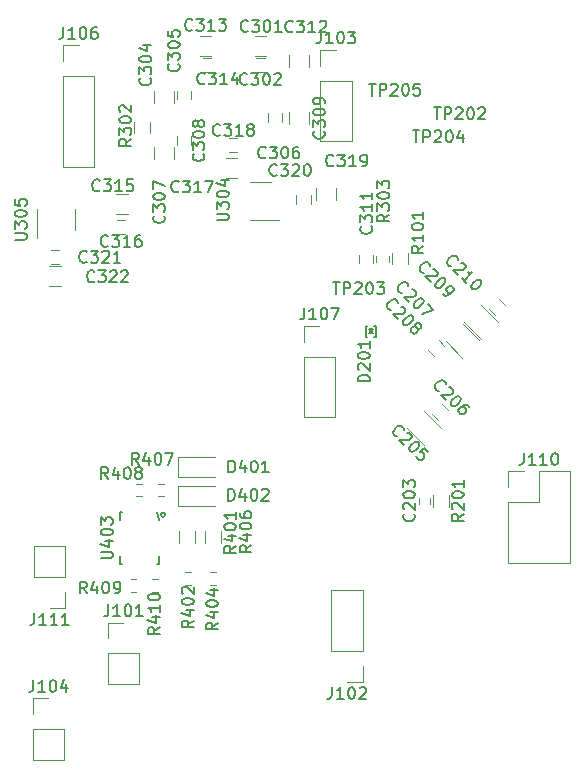
<source format=gbr>
G04 #@! TF.FileFunction,Legend,Top*
%FSLAX46Y46*%
G04 Gerber Fmt 4.6, Leading zero omitted, Abs format (unit mm)*
G04 Created by KiCad (PCBNEW 4.0.7) date Thu Apr 19 11:38:54 2018*
%MOMM*%
%LPD*%
G01*
G04 APERTURE LIST*
%ADD10C,0.100000*%
%ADD11C,0.120000*%
%ADD12C,0.150000*%
G04 APERTURE END LIST*
D10*
D11*
X108720000Y-157330000D02*
X111380000Y-157330000D01*
X108720000Y-154730000D02*
X108720000Y-157330000D01*
X111380000Y-154730000D02*
X111380000Y-157330000D01*
X108720000Y-154730000D02*
X111380000Y-154730000D01*
X108720000Y-153460000D02*
X108720000Y-152130000D01*
X108720000Y-152130000D02*
X110050000Y-152130000D01*
X135080000Y-141550000D02*
X135080000Y-142050000D01*
X136020000Y-142050000D02*
X136020000Y-141550000D01*
X134085858Y-135678356D02*
X135500072Y-137092570D01*
X136942570Y-135650072D02*
X135528356Y-134235858D01*
X136694974Y-134993502D02*
X136200000Y-134498528D01*
X137048528Y-133650000D02*
X137543502Y-134144974D01*
X140178356Y-128235858D02*
X138764142Y-126821644D01*
X137321644Y-128264142D02*
X138735858Y-129678356D01*
X136726777Y-128178249D02*
X137221751Y-128673223D01*
X136373223Y-129521751D02*
X135878249Y-129026777D01*
X138921644Y-126664142D02*
X140335858Y-128078356D01*
X141778356Y-126635858D02*
X140364142Y-125221644D01*
X141523223Y-126071751D02*
X141028249Y-125576777D01*
X141876777Y-124728249D02*
X142371751Y-125223223D01*
X121150000Y-104150000D02*
X122150000Y-104150000D01*
X122150000Y-102450000D02*
X121150000Y-102450000D01*
X122000000Y-105500000D02*
X121300000Y-105500000D01*
X121300000Y-104300000D02*
X122000000Y-104300000D01*
X112650000Y-107150000D02*
X112650000Y-108150000D01*
X114350000Y-108150000D02*
X114350000Y-107150000D01*
X114600000Y-107800000D02*
X114600000Y-107100000D01*
X115800000Y-107100000D02*
X115800000Y-107800000D01*
X123500000Y-109000000D02*
X123500000Y-109700000D01*
X122300000Y-109700000D02*
X122300000Y-109000000D01*
X114350000Y-112850000D02*
X114350000Y-111850000D01*
X112650000Y-111850000D02*
X112650000Y-112850000D01*
X115800000Y-110950000D02*
X115800000Y-111650000D01*
X114600000Y-111650000D02*
X114600000Y-110950000D01*
X125750000Y-109900000D02*
X125750000Y-108900000D01*
X124050000Y-108900000D02*
X124050000Y-109900000D01*
X131200000Y-121000000D02*
X131200000Y-121700000D01*
X130000000Y-121700000D02*
X130000000Y-121000000D01*
X124050000Y-104050000D02*
X124050000Y-105050000D01*
X125750000Y-105050000D02*
X125750000Y-104050000D01*
X117500000Y-102450000D02*
X116500000Y-102450000D01*
X116500000Y-104150000D02*
X117500000Y-104150000D01*
X116750000Y-104300000D02*
X117450000Y-104300000D01*
X117450000Y-105500000D02*
X116750000Y-105500000D01*
X109400000Y-117550000D02*
X110400000Y-117550000D01*
X110400000Y-115850000D02*
X109400000Y-115850000D01*
X110200000Y-119200000D02*
X109500000Y-119200000D01*
X109500000Y-118000000D02*
X110200000Y-118000000D01*
X119700000Y-112750000D02*
X118700000Y-112750000D01*
X118700000Y-114450000D02*
X119700000Y-114450000D01*
X119000000Y-111100000D02*
X119700000Y-111100000D01*
X119700000Y-112300000D02*
X119000000Y-112300000D01*
X126350000Y-115350000D02*
X126350000Y-116350000D01*
X128050000Y-116350000D02*
X128050000Y-115350000D01*
X124700000Y-116650000D02*
X124700000Y-115950000D01*
X125900000Y-115950000D02*
X125900000Y-116650000D01*
D12*
X131200000Y-127600000D02*
X130800000Y-127600000D01*
X131000000Y-127550000D02*
X131200000Y-127300000D01*
X130800000Y-127300000D02*
X131000000Y-127550000D01*
X131200000Y-127300000D02*
X130800000Y-127300000D01*
X130600000Y-127000000D02*
X130700000Y-127000000D01*
X130600000Y-127900000D02*
X130600000Y-127000000D01*
X130700000Y-127900000D02*
X130600000Y-127900000D01*
X131400000Y-127900000D02*
X131300000Y-127900000D01*
X131400000Y-127000000D02*
X131400000Y-127900000D01*
X131300000Y-127000000D02*
X131400000Y-127000000D01*
D11*
X114648077Y-138125363D02*
X114648077Y-139825363D01*
X114648077Y-139825363D02*
X117798077Y-139825363D01*
X114648077Y-138125363D02*
X117798077Y-138125363D01*
X114648077Y-140525363D02*
X114648077Y-142225363D01*
X114648077Y-142225363D02*
X117798077Y-142225363D01*
X114648077Y-140525363D02*
X117798077Y-140525363D01*
X108720000Y-157330000D02*
X111380000Y-157330000D01*
X108720000Y-154730000D02*
X108720000Y-157330000D01*
X111380000Y-154730000D02*
X111380000Y-157330000D01*
X108720000Y-154730000D02*
X111380000Y-154730000D01*
X108720000Y-153460000D02*
X108720000Y-152130000D01*
X108720000Y-152130000D02*
X110050000Y-152130000D01*
X130323900Y-149380900D02*
X127663900Y-149380900D01*
X130323900Y-154520900D02*
X130323900Y-149380900D01*
X127663900Y-154520900D02*
X127663900Y-149380900D01*
X130323900Y-154520900D02*
X127663900Y-154520900D01*
X130323900Y-155790900D02*
X130323900Y-157120900D01*
X130323900Y-157120900D02*
X128993900Y-157120900D01*
X126720000Y-111370000D02*
X129380000Y-111370000D01*
X126720000Y-106230000D02*
X126720000Y-111370000D01*
X129380000Y-106230000D02*
X129380000Y-111370000D01*
X126720000Y-106230000D02*
X129380000Y-106230000D01*
X126720000Y-104960000D02*
X126720000Y-103630000D01*
X126720000Y-103630000D02*
X128050000Y-103630000D01*
X102370000Y-163730000D02*
X105030000Y-163730000D01*
X102370000Y-161130000D02*
X102370000Y-163730000D01*
X105030000Y-161130000D02*
X105030000Y-163730000D01*
X102370000Y-161130000D02*
X105030000Y-161130000D01*
X102370000Y-159860000D02*
X102370000Y-158530000D01*
X102370000Y-158530000D02*
X103700000Y-158530000D01*
X125314400Y-134743500D02*
X127974400Y-134743500D01*
X125314400Y-129603500D02*
X125314400Y-134743500D01*
X127974400Y-129603500D02*
X127974400Y-134743500D01*
X125314400Y-129603500D02*
X127974400Y-129603500D01*
X125314400Y-128333500D02*
X125314400Y-127003500D01*
X125314400Y-127003500D02*
X126644400Y-127003500D01*
X142630000Y-147060000D02*
X147830000Y-147060000D01*
X142630000Y-141920000D02*
X142630000Y-147060000D01*
X147830000Y-139320000D02*
X147830000Y-147060000D01*
X142630000Y-141920000D02*
X145230000Y-141920000D01*
X145230000Y-141920000D02*
X145230000Y-139320000D01*
X145230000Y-139320000D02*
X147830000Y-139320000D01*
X142630000Y-140650000D02*
X142630000Y-139320000D01*
X142630000Y-139320000D02*
X143960000Y-139320000D01*
X105130000Y-145670000D02*
X102470000Y-145670000D01*
X105130000Y-148270000D02*
X105130000Y-145670000D01*
X102470000Y-148270000D02*
X102470000Y-145670000D01*
X105130000Y-148270000D02*
X102470000Y-148270000D01*
X105130000Y-149540000D02*
X105130000Y-150870000D01*
X105130000Y-150870000D02*
X103800000Y-150870000D01*
X134180000Y-120800000D02*
X134180000Y-121800000D01*
X132820000Y-121800000D02*
X132820000Y-120800000D01*
X136270000Y-142300000D02*
X136270000Y-141300000D01*
X137630000Y-141300000D02*
X137630000Y-142300000D01*
X110920000Y-110700000D02*
X110920000Y-109700000D01*
X112280000Y-109700000D02*
X112280000Y-110700000D01*
X132530000Y-121600000D02*
X132530000Y-121100000D01*
X131470000Y-121100000D02*
X131470000Y-121600000D01*
X114718077Y-145375363D02*
X114718077Y-144375363D01*
X116078077Y-144375363D02*
X116078077Y-145375363D01*
X115798077Y-147845363D02*
X115298077Y-147845363D01*
X115298077Y-148905363D02*
X115798077Y-148905363D01*
X117898077Y-147845363D02*
X117398077Y-147845363D01*
X117398077Y-148905363D02*
X117898077Y-148905363D01*
X116918077Y-145375363D02*
X116918077Y-144375363D01*
X118278077Y-144375363D02*
X118278077Y-145375363D01*
X112998077Y-141405363D02*
X113498077Y-141405363D01*
X113498077Y-140345363D02*
X112998077Y-140345363D01*
X111098077Y-141405363D02*
X111598077Y-141405363D01*
X111598077Y-140345363D02*
X111098077Y-140345363D01*
X111148077Y-148445363D02*
X110648077Y-148445363D01*
X110648077Y-149505363D02*
X111148077Y-149505363D01*
X112498077Y-149505363D02*
X112998077Y-149505363D01*
X112998077Y-148445363D02*
X112498077Y-148445363D01*
X122550000Y-114790000D02*
X120750000Y-114790000D01*
X120750000Y-118010000D02*
X123200000Y-118010000D01*
D12*
X113578355Y-142975363D02*
G75*
G03X113578355Y-142975363I-180278J0D01*
G01*
X113048077Y-143475363D02*
X112898077Y-142775363D01*
X109898077Y-142775363D02*
X109748077Y-142775363D01*
X109748077Y-142775363D02*
X109748077Y-143475363D01*
X109748077Y-146475363D02*
X109748077Y-147175363D01*
X109748077Y-147175363D02*
X109898077Y-147175363D01*
X112898077Y-147175363D02*
X113048077Y-147175363D01*
X113048077Y-147175363D02*
X113048077Y-146475363D01*
D11*
X104920000Y-113530000D02*
X107580000Y-113530000D01*
X104920000Y-105850000D02*
X104920000Y-113530000D01*
X107580000Y-105850000D02*
X107580000Y-113530000D01*
X104920000Y-105850000D02*
X107580000Y-105850000D01*
X104920000Y-104580000D02*
X104920000Y-103250000D01*
X104920000Y-103250000D02*
X106250000Y-103250000D01*
X103900000Y-120600000D02*
X104600000Y-120600000D01*
X104600000Y-121800000D02*
X103900000Y-121800000D01*
X104750000Y-121950000D02*
X103750000Y-121950000D01*
X103750000Y-123650000D02*
X104750000Y-123650000D01*
X105910000Y-118900000D02*
X105910000Y-117100000D01*
X102690000Y-117100000D02*
X102690000Y-119550000D01*
D12*
X108764286Y-150582381D02*
X108764286Y-151296667D01*
X108716666Y-151439524D01*
X108621428Y-151534762D01*
X108478571Y-151582381D01*
X108383333Y-151582381D01*
X109764286Y-151582381D02*
X109192857Y-151582381D01*
X109478571Y-151582381D02*
X109478571Y-150582381D01*
X109383333Y-150725238D01*
X109288095Y-150820476D01*
X109192857Y-150868095D01*
X110383333Y-150582381D02*
X110478572Y-150582381D01*
X110573810Y-150630000D01*
X110621429Y-150677619D01*
X110669048Y-150772857D01*
X110716667Y-150963333D01*
X110716667Y-151201429D01*
X110669048Y-151391905D01*
X110621429Y-151487143D01*
X110573810Y-151534762D01*
X110478572Y-151582381D01*
X110383333Y-151582381D01*
X110288095Y-151534762D01*
X110240476Y-151487143D01*
X110192857Y-151391905D01*
X110145238Y-151201429D01*
X110145238Y-150963333D01*
X110192857Y-150772857D01*
X110240476Y-150677619D01*
X110288095Y-150630000D01*
X110383333Y-150582381D01*
X111669048Y-151582381D02*
X111097619Y-151582381D01*
X111383333Y-151582381D02*
X111383333Y-150582381D01*
X111288095Y-150725238D01*
X111192857Y-150820476D01*
X111097619Y-150868095D01*
X134637143Y-142919047D02*
X134684762Y-142966666D01*
X134732381Y-143109523D01*
X134732381Y-143204761D01*
X134684762Y-143347619D01*
X134589524Y-143442857D01*
X134494286Y-143490476D01*
X134303810Y-143538095D01*
X134160952Y-143538095D01*
X133970476Y-143490476D01*
X133875238Y-143442857D01*
X133780000Y-143347619D01*
X133732381Y-143204761D01*
X133732381Y-143109523D01*
X133780000Y-142966666D01*
X133827619Y-142919047D01*
X133827619Y-142538095D02*
X133780000Y-142490476D01*
X133732381Y-142395238D01*
X133732381Y-142157142D01*
X133780000Y-142061904D01*
X133827619Y-142014285D01*
X133922857Y-141966666D01*
X134018095Y-141966666D01*
X134160952Y-142014285D01*
X134732381Y-142585714D01*
X134732381Y-141966666D01*
X133732381Y-141347619D02*
X133732381Y-141252380D01*
X133780000Y-141157142D01*
X133827619Y-141109523D01*
X133922857Y-141061904D01*
X134113333Y-141014285D01*
X134351429Y-141014285D01*
X134541905Y-141061904D01*
X134637143Y-141109523D01*
X134684762Y-141157142D01*
X134732381Y-141252380D01*
X134732381Y-141347619D01*
X134684762Y-141442857D01*
X134637143Y-141490476D01*
X134541905Y-141538095D01*
X134351429Y-141585714D01*
X134113333Y-141585714D01*
X133922857Y-141538095D01*
X133827619Y-141490476D01*
X133780000Y-141442857D01*
X133732381Y-141347619D01*
X133732381Y-140680952D02*
X133732381Y-140061904D01*
X134113333Y-140395238D01*
X134113333Y-140252380D01*
X134160952Y-140157142D01*
X134208571Y-140109523D01*
X134303810Y-140061904D01*
X134541905Y-140061904D01*
X134637143Y-140109523D01*
X134684762Y-140157142D01*
X134732381Y-140252380D01*
X134732381Y-140538095D01*
X134684762Y-140633333D01*
X134637143Y-140680952D01*
X133232953Y-136362904D02*
X133165610Y-136362904D01*
X133030923Y-136295560D01*
X132963579Y-136228217D01*
X132896235Y-136093529D01*
X132896235Y-135958842D01*
X132929907Y-135857827D01*
X133030922Y-135689468D01*
X133131938Y-135588453D01*
X133300296Y-135487437D01*
X133401312Y-135453766D01*
X133535999Y-135453766D01*
X133670686Y-135521110D01*
X133738030Y-135588453D01*
X133805373Y-135723140D01*
X133805373Y-135790484D01*
X134074747Y-136059857D02*
X134142090Y-136059857D01*
X134243105Y-136093529D01*
X134411465Y-136261888D01*
X134445136Y-136362904D01*
X134445136Y-136430247D01*
X134411465Y-136531262D01*
X134344121Y-136598606D01*
X134209434Y-136665949D01*
X133401312Y-136665949D01*
X133839045Y-137103682D01*
X134983884Y-136834308D02*
X135051228Y-136901652D01*
X135084900Y-137002667D01*
X135084900Y-137070010D01*
X135051228Y-137171025D01*
X134950213Y-137339384D01*
X134781853Y-137507743D01*
X134613495Y-137608758D01*
X134512480Y-137642430D01*
X134445136Y-137642430D01*
X134344121Y-137608758D01*
X134276777Y-137541414D01*
X134243105Y-137440399D01*
X134243105Y-137373056D01*
X134276777Y-137272041D01*
X134377792Y-137103682D01*
X134546151Y-136935323D01*
X134714510Y-136834308D01*
X134815525Y-136800636D01*
X134882869Y-136800636D01*
X134983884Y-136834308D01*
X135859350Y-137709774D02*
X135522632Y-137373056D01*
X135152243Y-137676101D01*
X135219587Y-137676101D01*
X135320602Y-137709773D01*
X135488961Y-137878132D01*
X135522633Y-137979147D01*
X135522633Y-138046491D01*
X135488960Y-138147507D01*
X135320602Y-138315865D01*
X135219587Y-138349537D01*
X135152243Y-138349537D01*
X135051228Y-138315865D01*
X134882869Y-138147506D01*
X134849197Y-138046491D01*
X134849197Y-137979147D01*
X136756176Y-132511253D02*
X136688833Y-132511253D01*
X136554146Y-132443909D01*
X136486802Y-132376566D01*
X136419458Y-132241878D01*
X136419458Y-132107191D01*
X136453130Y-132006176D01*
X136554145Y-131837817D01*
X136655161Y-131736802D01*
X136823519Y-131635786D01*
X136924535Y-131602115D01*
X137059222Y-131602115D01*
X137193909Y-131669459D01*
X137261253Y-131736802D01*
X137328596Y-131871489D01*
X137328596Y-131938833D01*
X137597970Y-132208206D02*
X137665313Y-132208206D01*
X137766328Y-132241878D01*
X137934688Y-132410237D01*
X137968359Y-132511253D01*
X137968359Y-132578596D01*
X137934688Y-132679611D01*
X137867344Y-132746955D01*
X137732657Y-132814298D01*
X136924535Y-132814298D01*
X137362268Y-133252031D01*
X138507107Y-132982657D02*
X138574451Y-133050001D01*
X138608123Y-133151016D01*
X138608123Y-133218359D01*
X138574451Y-133319374D01*
X138473436Y-133487733D01*
X138305076Y-133656092D01*
X138136718Y-133757107D01*
X138035703Y-133790779D01*
X137968359Y-133790779D01*
X137867344Y-133757107D01*
X137800000Y-133689763D01*
X137766328Y-133588748D01*
X137766328Y-133521405D01*
X137800000Y-133420390D01*
X137901015Y-133252031D01*
X138069374Y-133083672D01*
X138237733Y-132982657D01*
X138338748Y-132948985D01*
X138406092Y-132948985D01*
X138507107Y-132982657D01*
X139348901Y-133824451D02*
X139214214Y-133689763D01*
X139113198Y-133656092D01*
X139045855Y-133656092D01*
X138877496Y-133689763D01*
X138709138Y-133790778D01*
X138439763Y-134060153D01*
X138406092Y-134161168D01*
X138406092Y-134228512D01*
X138439763Y-134329527D01*
X138574451Y-134464214D01*
X138675466Y-134497886D01*
X138742810Y-134497886D01*
X138843825Y-134464214D01*
X139012183Y-134295856D01*
X139045856Y-134194840D01*
X139045856Y-134127496D01*
X139012184Y-134026481D01*
X138877496Y-133891794D01*
X138776481Y-133858122D01*
X138709138Y-133858122D01*
X138608122Y-133891794D01*
X133606176Y-124211253D02*
X133538833Y-124211253D01*
X133404146Y-124143909D01*
X133336802Y-124076566D01*
X133269458Y-123941878D01*
X133269458Y-123807191D01*
X133303130Y-123706176D01*
X133404145Y-123537817D01*
X133505161Y-123436802D01*
X133673519Y-123335786D01*
X133774535Y-123302115D01*
X133909222Y-123302115D01*
X134043909Y-123369459D01*
X134111253Y-123436802D01*
X134178596Y-123571489D01*
X134178596Y-123638833D01*
X134447970Y-123908206D02*
X134515313Y-123908206D01*
X134616328Y-123941878D01*
X134784688Y-124110237D01*
X134818359Y-124211253D01*
X134818359Y-124278596D01*
X134784688Y-124379611D01*
X134717344Y-124446955D01*
X134582657Y-124514298D01*
X133774535Y-124514298D01*
X134212268Y-124952031D01*
X135357107Y-124682657D02*
X135424451Y-124750001D01*
X135458123Y-124851016D01*
X135458123Y-124918359D01*
X135424451Y-125019374D01*
X135323436Y-125187733D01*
X135155076Y-125356092D01*
X134986718Y-125457107D01*
X134885703Y-125490779D01*
X134818359Y-125490779D01*
X134717344Y-125457107D01*
X134650000Y-125389763D01*
X134616328Y-125288748D01*
X134616328Y-125221405D01*
X134650000Y-125120390D01*
X134751015Y-124952031D01*
X134919374Y-124783672D01*
X135087733Y-124682657D01*
X135188748Y-124648985D01*
X135256092Y-124648985D01*
X135357107Y-124682657D01*
X135828512Y-125154061D02*
X136299916Y-125625466D01*
X135289763Y-126029527D01*
X132706176Y-125661253D02*
X132638833Y-125661253D01*
X132504146Y-125593909D01*
X132436802Y-125526566D01*
X132369458Y-125391878D01*
X132369458Y-125257191D01*
X132403130Y-125156176D01*
X132504145Y-124987817D01*
X132605161Y-124886802D01*
X132773519Y-124785786D01*
X132874535Y-124752115D01*
X133009222Y-124752115D01*
X133143909Y-124819459D01*
X133211253Y-124886802D01*
X133278596Y-125021489D01*
X133278596Y-125088833D01*
X133547970Y-125358206D02*
X133615313Y-125358206D01*
X133716328Y-125391878D01*
X133884688Y-125560237D01*
X133918359Y-125661253D01*
X133918359Y-125728596D01*
X133884688Y-125829611D01*
X133817344Y-125896955D01*
X133682657Y-125964298D01*
X132874535Y-125964298D01*
X133312268Y-126402031D01*
X134457107Y-126132657D02*
X134524451Y-126200001D01*
X134558123Y-126301016D01*
X134558123Y-126368359D01*
X134524451Y-126469374D01*
X134423436Y-126637733D01*
X134255076Y-126806092D01*
X134086718Y-126907107D01*
X133985703Y-126940779D01*
X133918359Y-126940779D01*
X133817344Y-126907107D01*
X133750000Y-126839763D01*
X133716328Y-126738748D01*
X133716328Y-126671405D01*
X133750000Y-126570390D01*
X133851015Y-126402031D01*
X134019374Y-126233672D01*
X134187733Y-126132657D01*
X134288748Y-126098985D01*
X134356092Y-126098985D01*
X134457107Y-126132657D01*
X134793825Y-127075465D02*
X134760153Y-126974450D01*
X134760153Y-126907107D01*
X134793825Y-126806092D01*
X134827496Y-126772420D01*
X134928512Y-126738748D01*
X134995855Y-126738748D01*
X135096870Y-126772420D01*
X135231558Y-126907107D01*
X135265229Y-127008123D01*
X135265229Y-127075466D01*
X135231558Y-127176481D01*
X135197886Y-127210153D01*
X135096871Y-127243825D01*
X135029527Y-127243825D01*
X134928512Y-127210153D01*
X134793825Y-127075465D01*
X134692810Y-127041794D01*
X134625466Y-127041794D01*
X134524450Y-127075466D01*
X134389763Y-127210153D01*
X134356092Y-127311168D01*
X134356092Y-127378512D01*
X134389763Y-127479527D01*
X134524451Y-127614214D01*
X134625466Y-127647886D01*
X134692810Y-127647886D01*
X134793825Y-127614214D01*
X134928512Y-127479527D01*
X134962184Y-127378512D01*
X134962184Y-127311168D01*
X134928512Y-127210153D01*
X135456176Y-122511253D02*
X135388833Y-122511253D01*
X135254146Y-122443909D01*
X135186802Y-122376566D01*
X135119458Y-122241878D01*
X135119458Y-122107191D01*
X135153130Y-122006176D01*
X135254145Y-121837817D01*
X135355161Y-121736802D01*
X135523519Y-121635786D01*
X135624535Y-121602115D01*
X135759222Y-121602115D01*
X135893909Y-121669459D01*
X135961253Y-121736802D01*
X136028596Y-121871489D01*
X136028596Y-121938833D01*
X136297970Y-122208206D02*
X136365313Y-122208206D01*
X136466328Y-122241878D01*
X136634688Y-122410237D01*
X136668359Y-122511253D01*
X136668359Y-122578596D01*
X136634688Y-122679611D01*
X136567344Y-122746955D01*
X136432657Y-122814298D01*
X135624535Y-122814298D01*
X136062268Y-123252031D01*
X137207107Y-122982657D02*
X137274451Y-123050001D01*
X137308123Y-123151016D01*
X137308123Y-123218359D01*
X137274451Y-123319374D01*
X137173436Y-123487733D01*
X137005076Y-123656092D01*
X136836718Y-123757107D01*
X136735703Y-123790779D01*
X136668359Y-123790779D01*
X136567344Y-123757107D01*
X136500000Y-123689763D01*
X136466328Y-123588748D01*
X136466328Y-123521405D01*
X136500000Y-123420390D01*
X136601015Y-123252031D01*
X136769374Y-123083672D01*
X136937733Y-122982657D01*
X137038748Y-122948985D01*
X137106092Y-122948985D01*
X137207107Y-122982657D01*
X137072420Y-124262183D02*
X137207107Y-124396870D01*
X137308123Y-124430543D01*
X137375466Y-124430543D01*
X137543825Y-124396871D01*
X137712183Y-124295856D01*
X137981558Y-124026481D01*
X138015229Y-123925466D01*
X138015229Y-123858123D01*
X137981558Y-123757107D01*
X137846870Y-123622420D01*
X137745855Y-123588748D01*
X137678512Y-123588748D01*
X137577496Y-123622420D01*
X137409138Y-123790778D01*
X137375466Y-123891794D01*
X137375465Y-123959138D01*
X137409137Y-124060153D01*
X137543825Y-124194841D01*
X137644840Y-124228512D01*
X137712184Y-124228512D01*
X137813199Y-124194840D01*
X137806176Y-121961253D02*
X137738833Y-121961253D01*
X137604146Y-121893909D01*
X137536802Y-121826566D01*
X137469458Y-121691878D01*
X137469458Y-121557191D01*
X137503130Y-121456176D01*
X137604145Y-121287817D01*
X137705161Y-121186802D01*
X137873519Y-121085786D01*
X137974535Y-121052115D01*
X138109222Y-121052115D01*
X138243909Y-121119459D01*
X138311253Y-121186802D01*
X138378596Y-121321489D01*
X138378596Y-121388833D01*
X138647970Y-121658206D02*
X138715313Y-121658206D01*
X138816328Y-121691878D01*
X138984688Y-121860237D01*
X139018359Y-121961253D01*
X139018359Y-122028596D01*
X138984688Y-122129611D01*
X138917344Y-122196955D01*
X138782657Y-122264298D01*
X137974535Y-122264298D01*
X138412268Y-122702031D01*
X139085703Y-123375466D02*
X138681641Y-122971405D01*
X138883672Y-123173435D02*
X139590778Y-122466328D01*
X139422420Y-122500000D01*
X139287733Y-122500000D01*
X139186718Y-122466328D01*
X140230542Y-123106092D02*
X140297886Y-123173436D01*
X140331558Y-123274451D01*
X140331558Y-123341794D01*
X140297886Y-123442810D01*
X140196871Y-123611168D01*
X140028512Y-123779527D01*
X139860153Y-123880543D01*
X139759138Y-123914214D01*
X139691794Y-123914214D01*
X139590779Y-123880543D01*
X139523435Y-123813198D01*
X139489763Y-123712183D01*
X139489763Y-123644840D01*
X139523435Y-123543825D01*
X139624450Y-123375466D01*
X139792810Y-123207107D01*
X139961168Y-123106092D01*
X140062183Y-123072420D01*
X140129527Y-123072420D01*
X140230542Y-123106092D01*
X120580953Y-102007143D02*
X120533334Y-102054762D01*
X120390477Y-102102381D01*
X120295239Y-102102381D01*
X120152381Y-102054762D01*
X120057143Y-101959524D01*
X120009524Y-101864286D01*
X119961905Y-101673810D01*
X119961905Y-101530952D01*
X120009524Y-101340476D01*
X120057143Y-101245238D01*
X120152381Y-101150000D01*
X120295239Y-101102381D01*
X120390477Y-101102381D01*
X120533334Y-101150000D01*
X120580953Y-101197619D01*
X120914286Y-101102381D02*
X121533334Y-101102381D01*
X121200000Y-101483333D01*
X121342858Y-101483333D01*
X121438096Y-101530952D01*
X121485715Y-101578571D01*
X121533334Y-101673810D01*
X121533334Y-101911905D01*
X121485715Y-102007143D01*
X121438096Y-102054762D01*
X121342858Y-102102381D01*
X121057143Y-102102381D01*
X120961905Y-102054762D01*
X120914286Y-102007143D01*
X122152381Y-101102381D02*
X122247620Y-101102381D01*
X122342858Y-101150000D01*
X122390477Y-101197619D01*
X122438096Y-101292857D01*
X122485715Y-101483333D01*
X122485715Y-101721429D01*
X122438096Y-101911905D01*
X122390477Y-102007143D01*
X122342858Y-102054762D01*
X122247620Y-102102381D01*
X122152381Y-102102381D01*
X122057143Y-102054762D01*
X122009524Y-102007143D01*
X121961905Y-101911905D01*
X121914286Y-101721429D01*
X121914286Y-101483333D01*
X121961905Y-101292857D01*
X122009524Y-101197619D01*
X122057143Y-101150000D01*
X122152381Y-101102381D01*
X123438096Y-102102381D02*
X122866667Y-102102381D01*
X123152381Y-102102381D02*
X123152381Y-101102381D01*
X123057143Y-101245238D01*
X122961905Y-101340476D01*
X122866667Y-101388095D01*
X120530953Y-106507143D02*
X120483334Y-106554762D01*
X120340477Y-106602381D01*
X120245239Y-106602381D01*
X120102381Y-106554762D01*
X120007143Y-106459524D01*
X119959524Y-106364286D01*
X119911905Y-106173810D01*
X119911905Y-106030952D01*
X119959524Y-105840476D01*
X120007143Y-105745238D01*
X120102381Y-105650000D01*
X120245239Y-105602381D01*
X120340477Y-105602381D01*
X120483334Y-105650000D01*
X120530953Y-105697619D01*
X120864286Y-105602381D02*
X121483334Y-105602381D01*
X121150000Y-105983333D01*
X121292858Y-105983333D01*
X121388096Y-106030952D01*
X121435715Y-106078571D01*
X121483334Y-106173810D01*
X121483334Y-106411905D01*
X121435715Y-106507143D01*
X121388096Y-106554762D01*
X121292858Y-106602381D01*
X121007143Y-106602381D01*
X120911905Y-106554762D01*
X120864286Y-106507143D01*
X122102381Y-105602381D02*
X122197620Y-105602381D01*
X122292858Y-105650000D01*
X122340477Y-105697619D01*
X122388096Y-105792857D01*
X122435715Y-105983333D01*
X122435715Y-106221429D01*
X122388096Y-106411905D01*
X122340477Y-106507143D01*
X122292858Y-106554762D01*
X122197620Y-106602381D01*
X122102381Y-106602381D01*
X122007143Y-106554762D01*
X121959524Y-106507143D01*
X121911905Y-106411905D01*
X121864286Y-106221429D01*
X121864286Y-105983333D01*
X121911905Y-105792857D01*
X121959524Y-105697619D01*
X122007143Y-105650000D01*
X122102381Y-105602381D01*
X122816667Y-105697619D02*
X122864286Y-105650000D01*
X122959524Y-105602381D01*
X123197620Y-105602381D01*
X123292858Y-105650000D01*
X123340477Y-105697619D01*
X123388096Y-105792857D01*
X123388096Y-105888095D01*
X123340477Y-106030952D01*
X122769048Y-106602381D01*
X123388096Y-106602381D01*
X112307143Y-106019047D02*
X112354762Y-106066666D01*
X112402381Y-106209523D01*
X112402381Y-106304761D01*
X112354762Y-106447619D01*
X112259524Y-106542857D01*
X112164286Y-106590476D01*
X111973810Y-106638095D01*
X111830952Y-106638095D01*
X111640476Y-106590476D01*
X111545238Y-106542857D01*
X111450000Y-106447619D01*
X111402381Y-106304761D01*
X111402381Y-106209523D01*
X111450000Y-106066666D01*
X111497619Y-106019047D01*
X111402381Y-105685714D02*
X111402381Y-105066666D01*
X111783333Y-105400000D01*
X111783333Y-105257142D01*
X111830952Y-105161904D01*
X111878571Y-105114285D01*
X111973810Y-105066666D01*
X112211905Y-105066666D01*
X112307143Y-105114285D01*
X112354762Y-105161904D01*
X112402381Y-105257142D01*
X112402381Y-105542857D01*
X112354762Y-105638095D01*
X112307143Y-105685714D01*
X111402381Y-104447619D02*
X111402381Y-104352380D01*
X111450000Y-104257142D01*
X111497619Y-104209523D01*
X111592857Y-104161904D01*
X111783333Y-104114285D01*
X112021429Y-104114285D01*
X112211905Y-104161904D01*
X112307143Y-104209523D01*
X112354762Y-104257142D01*
X112402381Y-104352380D01*
X112402381Y-104447619D01*
X112354762Y-104542857D01*
X112307143Y-104590476D01*
X112211905Y-104638095D01*
X112021429Y-104685714D01*
X111783333Y-104685714D01*
X111592857Y-104638095D01*
X111497619Y-104590476D01*
X111450000Y-104542857D01*
X111402381Y-104447619D01*
X111735714Y-103257142D02*
X112402381Y-103257142D01*
X111354762Y-103495238D02*
X112069048Y-103733333D01*
X112069048Y-103114285D01*
X114707143Y-104819047D02*
X114754762Y-104866666D01*
X114802381Y-105009523D01*
X114802381Y-105104761D01*
X114754762Y-105247619D01*
X114659524Y-105342857D01*
X114564286Y-105390476D01*
X114373810Y-105438095D01*
X114230952Y-105438095D01*
X114040476Y-105390476D01*
X113945238Y-105342857D01*
X113850000Y-105247619D01*
X113802381Y-105104761D01*
X113802381Y-105009523D01*
X113850000Y-104866666D01*
X113897619Y-104819047D01*
X113802381Y-104485714D02*
X113802381Y-103866666D01*
X114183333Y-104200000D01*
X114183333Y-104057142D01*
X114230952Y-103961904D01*
X114278571Y-103914285D01*
X114373810Y-103866666D01*
X114611905Y-103866666D01*
X114707143Y-103914285D01*
X114754762Y-103961904D01*
X114802381Y-104057142D01*
X114802381Y-104342857D01*
X114754762Y-104438095D01*
X114707143Y-104485714D01*
X113802381Y-103247619D02*
X113802381Y-103152380D01*
X113850000Y-103057142D01*
X113897619Y-103009523D01*
X113992857Y-102961904D01*
X114183333Y-102914285D01*
X114421429Y-102914285D01*
X114611905Y-102961904D01*
X114707143Y-103009523D01*
X114754762Y-103057142D01*
X114802381Y-103152380D01*
X114802381Y-103247619D01*
X114754762Y-103342857D01*
X114707143Y-103390476D01*
X114611905Y-103438095D01*
X114421429Y-103485714D01*
X114183333Y-103485714D01*
X113992857Y-103438095D01*
X113897619Y-103390476D01*
X113850000Y-103342857D01*
X113802381Y-103247619D01*
X113802381Y-102009523D02*
X113802381Y-102485714D01*
X114278571Y-102533333D01*
X114230952Y-102485714D01*
X114183333Y-102390476D01*
X114183333Y-102152380D01*
X114230952Y-102057142D01*
X114278571Y-102009523D01*
X114373810Y-101961904D01*
X114611905Y-101961904D01*
X114707143Y-102009523D01*
X114754762Y-102057142D01*
X114802381Y-102152380D01*
X114802381Y-102390476D01*
X114754762Y-102485714D01*
X114707143Y-102533333D01*
X122090953Y-112727143D02*
X122043334Y-112774762D01*
X121900477Y-112822381D01*
X121805239Y-112822381D01*
X121662381Y-112774762D01*
X121567143Y-112679524D01*
X121519524Y-112584286D01*
X121471905Y-112393810D01*
X121471905Y-112250952D01*
X121519524Y-112060476D01*
X121567143Y-111965238D01*
X121662381Y-111870000D01*
X121805239Y-111822381D01*
X121900477Y-111822381D01*
X122043334Y-111870000D01*
X122090953Y-111917619D01*
X122424286Y-111822381D02*
X123043334Y-111822381D01*
X122710000Y-112203333D01*
X122852858Y-112203333D01*
X122948096Y-112250952D01*
X122995715Y-112298571D01*
X123043334Y-112393810D01*
X123043334Y-112631905D01*
X122995715Y-112727143D01*
X122948096Y-112774762D01*
X122852858Y-112822381D01*
X122567143Y-112822381D01*
X122471905Y-112774762D01*
X122424286Y-112727143D01*
X123662381Y-111822381D02*
X123757620Y-111822381D01*
X123852858Y-111870000D01*
X123900477Y-111917619D01*
X123948096Y-112012857D01*
X123995715Y-112203333D01*
X123995715Y-112441429D01*
X123948096Y-112631905D01*
X123900477Y-112727143D01*
X123852858Y-112774762D01*
X123757620Y-112822381D01*
X123662381Y-112822381D01*
X123567143Y-112774762D01*
X123519524Y-112727143D01*
X123471905Y-112631905D01*
X123424286Y-112441429D01*
X123424286Y-112203333D01*
X123471905Y-112012857D01*
X123519524Y-111917619D01*
X123567143Y-111870000D01*
X123662381Y-111822381D01*
X124852858Y-111822381D02*
X124662381Y-111822381D01*
X124567143Y-111870000D01*
X124519524Y-111917619D01*
X124424286Y-112060476D01*
X124376667Y-112250952D01*
X124376667Y-112631905D01*
X124424286Y-112727143D01*
X124471905Y-112774762D01*
X124567143Y-112822381D01*
X124757620Y-112822381D01*
X124852858Y-112774762D01*
X124900477Y-112727143D01*
X124948096Y-112631905D01*
X124948096Y-112393810D01*
X124900477Y-112298571D01*
X124852858Y-112250952D01*
X124757620Y-112203333D01*
X124567143Y-112203333D01*
X124471905Y-112250952D01*
X124424286Y-112298571D01*
X124376667Y-112393810D01*
X113457143Y-117669047D02*
X113504762Y-117716666D01*
X113552381Y-117859523D01*
X113552381Y-117954761D01*
X113504762Y-118097619D01*
X113409524Y-118192857D01*
X113314286Y-118240476D01*
X113123810Y-118288095D01*
X112980952Y-118288095D01*
X112790476Y-118240476D01*
X112695238Y-118192857D01*
X112600000Y-118097619D01*
X112552381Y-117954761D01*
X112552381Y-117859523D01*
X112600000Y-117716666D01*
X112647619Y-117669047D01*
X112552381Y-117335714D02*
X112552381Y-116716666D01*
X112933333Y-117050000D01*
X112933333Y-116907142D01*
X112980952Y-116811904D01*
X113028571Y-116764285D01*
X113123810Y-116716666D01*
X113361905Y-116716666D01*
X113457143Y-116764285D01*
X113504762Y-116811904D01*
X113552381Y-116907142D01*
X113552381Y-117192857D01*
X113504762Y-117288095D01*
X113457143Y-117335714D01*
X112552381Y-116097619D02*
X112552381Y-116002380D01*
X112600000Y-115907142D01*
X112647619Y-115859523D01*
X112742857Y-115811904D01*
X112933333Y-115764285D01*
X113171429Y-115764285D01*
X113361905Y-115811904D01*
X113457143Y-115859523D01*
X113504762Y-115907142D01*
X113552381Y-116002380D01*
X113552381Y-116097619D01*
X113504762Y-116192857D01*
X113457143Y-116240476D01*
X113361905Y-116288095D01*
X113171429Y-116335714D01*
X112933333Y-116335714D01*
X112742857Y-116288095D01*
X112647619Y-116240476D01*
X112600000Y-116192857D01*
X112552381Y-116097619D01*
X112552381Y-115430952D02*
X112552381Y-114764285D01*
X113552381Y-115192857D01*
X116807143Y-112419047D02*
X116854762Y-112466666D01*
X116902381Y-112609523D01*
X116902381Y-112704761D01*
X116854762Y-112847619D01*
X116759524Y-112942857D01*
X116664286Y-112990476D01*
X116473810Y-113038095D01*
X116330952Y-113038095D01*
X116140476Y-112990476D01*
X116045238Y-112942857D01*
X115950000Y-112847619D01*
X115902381Y-112704761D01*
X115902381Y-112609523D01*
X115950000Y-112466666D01*
X115997619Y-112419047D01*
X115902381Y-112085714D02*
X115902381Y-111466666D01*
X116283333Y-111800000D01*
X116283333Y-111657142D01*
X116330952Y-111561904D01*
X116378571Y-111514285D01*
X116473810Y-111466666D01*
X116711905Y-111466666D01*
X116807143Y-111514285D01*
X116854762Y-111561904D01*
X116902381Y-111657142D01*
X116902381Y-111942857D01*
X116854762Y-112038095D01*
X116807143Y-112085714D01*
X115902381Y-110847619D02*
X115902381Y-110752380D01*
X115950000Y-110657142D01*
X115997619Y-110609523D01*
X116092857Y-110561904D01*
X116283333Y-110514285D01*
X116521429Y-110514285D01*
X116711905Y-110561904D01*
X116807143Y-110609523D01*
X116854762Y-110657142D01*
X116902381Y-110752380D01*
X116902381Y-110847619D01*
X116854762Y-110942857D01*
X116807143Y-110990476D01*
X116711905Y-111038095D01*
X116521429Y-111085714D01*
X116283333Y-111085714D01*
X116092857Y-111038095D01*
X115997619Y-110990476D01*
X115950000Y-110942857D01*
X115902381Y-110847619D01*
X116330952Y-109942857D02*
X116283333Y-110038095D01*
X116235714Y-110085714D01*
X116140476Y-110133333D01*
X116092857Y-110133333D01*
X115997619Y-110085714D01*
X115950000Y-110038095D01*
X115902381Y-109942857D01*
X115902381Y-109752380D01*
X115950000Y-109657142D01*
X115997619Y-109609523D01*
X116092857Y-109561904D01*
X116140476Y-109561904D01*
X116235714Y-109609523D01*
X116283333Y-109657142D01*
X116330952Y-109752380D01*
X116330952Y-109942857D01*
X116378571Y-110038095D01*
X116426190Y-110085714D01*
X116521429Y-110133333D01*
X116711905Y-110133333D01*
X116807143Y-110085714D01*
X116854762Y-110038095D01*
X116902381Y-109942857D01*
X116902381Y-109752380D01*
X116854762Y-109657142D01*
X116807143Y-109609523D01*
X116711905Y-109561904D01*
X116521429Y-109561904D01*
X116426190Y-109609523D01*
X116378571Y-109657142D01*
X116330952Y-109752380D01*
X127007143Y-110519047D02*
X127054762Y-110566666D01*
X127102381Y-110709523D01*
X127102381Y-110804761D01*
X127054762Y-110947619D01*
X126959524Y-111042857D01*
X126864286Y-111090476D01*
X126673810Y-111138095D01*
X126530952Y-111138095D01*
X126340476Y-111090476D01*
X126245238Y-111042857D01*
X126150000Y-110947619D01*
X126102381Y-110804761D01*
X126102381Y-110709523D01*
X126150000Y-110566666D01*
X126197619Y-110519047D01*
X126102381Y-110185714D02*
X126102381Y-109566666D01*
X126483333Y-109900000D01*
X126483333Y-109757142D01*
X126530952Y-109661904D01*
X126578571Y-109614285D01*
X126673810Y-109566666D01*
X126911905Y-109566666D01*
X127007143Y-109614285D01*
X127054762Y-109661904D01*
X127102381Y-109757142D01*
X127102381Y-110042857D01*
X127054762Y-110138095D01*
X127007143Y-110185714D01*
X126102381Y-108947619D02*
X126102381Y-108852380D01*
X126150000Y-108757142D01*
X126197619Y-108709523D01*
X126292857Y-108661904D01*
X126483333Y-108614285D01*
X126721429Y-108614285D01*
X126911905Y-108661904D01*
X127007143Y-108709523D01*
X127054762Y-108757142D01*
X127102381Y-108852380D01*
X127102381Y-108947619D01*
X127054762Y-109042857D01*
X127007143Y-109090476D01*
X126911905Y-109138095D01*
X126721429Y-109185714D01*
X126483333Y-109185714D01*
X126292857Y-109138095D01*
X126197619Y-109090476D01*
X126150000Y-109042857D01*
X126102381Y-108947619D01*
X127102381Y-108138095D02*
X127102381Y-107947619D01*
X127054762Y-107852380D01*
X127007143Y-107804761D01*
X126864286Y-107709523D01*
X126673810Y-107661904D01*
X126292857Y-107661904D01*
X126197619Y-107709523D01*
X126150000Y-107757142D01*
X126102381Y-107852380D01*
X126102381Y-108042857D01*
X126150000Y-108138095D01*
X126197619Y-108185714D01*
X126292857Y-108233333D01*
X126530952Y-108233333D01*
X126626190Y-108185714D01*
X126673810Y-108138095D01*
X126721429Y-108042857D01*
X126721429Y-107852380D01*
X126673810Y-107757142D01*
X126626190Y-107709523D01*
X126530952Y-107661904D01*
X131007143Y-118569047D02*
X131054762Y-118616666D01*
X131102381Y-118759523D01*
X131102381Y-118854761D01*
X131054762Y-118997619D01*
X130959524Y-119092857D01*
X130864286Y-119140476D01*
X130673810Y-119188095D01*
X130530952Y-119188095D01*
X130340476Y-119140476D01*
X130245238Y-119092857D01*
X130150000Y-118997619D01*
X130102381Y-118854761D01*
X130102381Y-118759523D01*
X130150000Y-118616666D01*
X130197619Y-118569047D01*
X130102381Y-118235714D02*
X130102381Y-117616666D01*
X130483333Y-117950000D01*
X130483333Y-117807142D01*
X130530952Y-117711904D01*
X130578571Y-117664285D01*
X130673810Y-117616666D01*
X130911905Y-117616666D01*
X131007143Y-117664285D01*
X131054762Y-117711904D01*
X131102381Y-117807142D01*
X131102381Y-118092857D01*
X131054762Y-118188095D01*
X131007143Y-118235714D01*
X131102381Y-116664285D02*
X131102381Y-117235714D01*
X131102381Y-116950000D02*
X130102381Y-116950000D01*
X130245238Y-117045238D01*
X130340476Y-117140476D01*
X130388095Y-117235714D01*
X131102381Y-115711904D02*
X131102381Y-116283333D01*
X131102381Y-115997619D02*
X130102381Y-115997619D01*
X130245238Y-116092857D01*
X130340476Y-116188095D01*
X130388095Y-116283333D01*
X124380953Y-102057143D02*
X124333334Y-102104762D01*
X124190477Y-102152381D01*
X124095239Y-102152381D01*
X123952381Y-102104762D01*
X123857143Y-102009524D01*
X123809524Y-101914286D01*
X123761905Y-101723810D01*
X123761905Y-101580952D01*
X123809524Y-101390476D01*
X123857143Y-101295238D01*
X123952381Y-101200000D01*
X124095239Y-101152381D01*
X124190477Y-101152381D01*
X124333334Y-101200000D01*
X124380953Y-101247619D01*
X124714286Y-101152381D02*
X125333334Y-101152381D01*
X125000000Y-101533333D01*
X125142858Y-101533333D01*
X125238096Y-101580952D01*
X125285715Y-101628571D01*
X125333334Y-101723810D01*
X125333334Y-101961905D01*
X125285715Y-102057143D01*
X125238096Y-102104762D01*
X125142858Y-102152381D01*
X124857143Y-102152381D01*
X124761905Y-102104762D01*
X124714286Y-102057143D01*
X126285715Y-102152381D02*
X125714286Y-102152381D01*
X126000000Y-102152381D02*
X126000000Y-101152381D01*
X125904762Y-101295238D01*
X125809524Y-101390476D01*
X125714286Y-101438095D01*
X126666667Y-101247619D02*
X126714286Y-101200000D01*
X126809524Y-101152381D01*
X127047620Y-101152381D01*
X127142858Y-101200000D01*
X127190477Y-101247619D01*
X127238096Y-101342857D01*
X127238096Y-101438095D01*
X127190477Y-101580952D01*
X126619048Y-102152381D01*
X127238096Y-102152381D01*
X115880953Y-101907143D02*
X115833334Y-101954762D01*
X115690477Y-102002381D01*
X115595239Y-102002381D01*
X115452381Y-101954762D01*
X115357143Y-101859524D01*
X115309524Y-101764286D01*
X115261905Y-101573810D01*
X115261905Y-101430952D01*
X115309524Y-101240476D01*
X115357143Y-101145238D01*
X115452381Y-101050000D01*
X115595239Y-101002381D01*
X115690477Y-101002381D01*
X115833334Y-101050000D01*
X115880953Y-101097619D01*
X116214286Y-101002381D02*
X116833334Y-101002381D01*
X116500000Y-101383333D01*
X116642858Y-101383333D01*
X116738096Y-101430952D01*
X116785715Y-101478571D01*
X116833334Y-101573810D01*
X116833334Y-101811905D01*
X116785715Y-101907143D01*
X116738096Y-101954762D01*
X116642858Y-102002381D01*
X116357143Y-102002381D01*
X116261905Y-101954762D01*
X116214286Y-101907143D01*
X117785715Y-102002381D02*
X117214286Y-102002381D01*
X117500000Y-102002381D02*
X117500000Y-101002381D01*
X117404762Y-101145238D01*
X117309524Y-101240476D01*
X117214286Y-101288095D01*
X118119048Y-101002381D02*
X118738096Y-101002381D01*
X118404762Y-101383333D01*
X118547620Y-101383333D01*
X118642858Y-101430952D01*
X118690477Y-101478571D01*
X118738096Y-101573810D01*
X118738096Y-101811905D01*
X118690477Y-101907143D01*
X118642858Y-101954762D01*
X118547620Y-102002381D01*
X118261905Y-102002381D01*
X118166667Y-101954762D01*
X118119048Y-101907143D01*
X116930953Y-106457143D02*
X116883334Y-106504762D01*
X116740477Y-106552381D01*
X116645239Y-106552381D01*
X116502381Y-106504762D01*
X116407143Y-106409524D01*
X116359524Y-106314286D01*
X116311905Y-106123810D01*
X116311905Y-105980952D01*
X116359524Y-105790476D01*
X116407143Y-105695238D01*
X116502381Y-105600000D01*
X116645239Y-105552381D01*
X116740477Y-105552381D01*
X116883334Y-105600000D01*
X116930953Y-105647619D01*
X117264286Y-105552381D02*
X117883334Y-105552381D01*
X117550000Y-105933333D01*
X117692858Y-105933333D01*
X117788096Y-105980952D01*
X117835715Y-106028571D01*
X117883334Y-106123810D01*
X117883334Y-106361905D01*
X117835715Y-106457143D01*
X117788096Y-106504762D01*
X117692858Y-106552381D01*
X117407143Y-106552381D01*
X117311905Y-106504762D01*
X117264286Y-106457143D01*
X118835715Y-106552381D02*
X118264286Y-106552381D01*
X118550000Y-106552381D02*
X118550000Y-105552381D01*
X118454762Y-105695238D01*
X118359524Y-105790476D01*
X118264286Y-105838095D01*
X119692858Y-105885714D02*
X119692858Y-106552381D01*
X119454762Y-105504762D02*
X119216667Y-106219048D01*
X119835715Y-106219048D01*
X108030953Y-115507143D02*
X107983334Y-115554762D01*
X107840477Y-115602381D01*
X107745239Y-115602381D01*
X107602381Y-115554762D01*
X107507143Y-115459524D01*
X107459524Y-115364286D01*
X107411905Y-115173810D01*
X107411905Y-115030952D01*
X107459524Y-114840476D01*
X107507143Y-114745238D01*
X107602381Y-114650000D01*
X107745239Y-114602381D01*
X107840477Y-114602381D01*
X107983334Y-114650000D01*
X108030953Y-114697619D01*
X108364286Y-114602381D02*
X108983334Y-114602381D01*
X108650000Y-114983333D01*
X108792858Y-114983333D01*
X108888096Y-115030952D01*
X108935715Y-115078571D01*
X108983334Y-115173810D01*
X108983334Y-115411905D01*
X108935715Y-115507143D01*
X108888096Y-115554762D01*
X108792858Y-115602381D01*
X108507143Y-115602381D01*
X108411905Y-115554762D01*
X108364286Y-115507143D01*
X109935715Y-115602381D02*
X109364286Y-115602381D01*
X109650000Y-115602381D02*
X109650000Y-114602381D01*
X109554762Y-114745238D01*
X109459524Y-114840476D01*
X109364286Y-114888095D01*
X110840477Y-114602381D02*
X110364286Y-114602381D01*
X110316667Y-115078571D01*
X110364286Y-115030952D01*
X110459524Y-114983333D01*
X110697620Y-114983333D01*
X110792858Y-115030952D01*
X110840477Y-115078571D01*
X110888096Y-115173810D01*
X110888096Y-115411905D01*
X110840477Y-115507143D01*
X110792858Y-115554762D01*
X110697620Y-115602381D01*
X110459524Y-115602381D01*
X110364286Y-115554762D01*
X110316667Y-115507143D01*
X108730953Y-120207143D02*
X108683334Y-120254762D01*
X108540477Y-120302381D01*
X108445239Y-120302381D01*
X108302381Y-120254762D01*
X108207143Y-120159524D01*
X108159524Y-120064286D01*
X108111905Y-119873810D01*
X108111905Y-119730952D01*
X108159524Y-119540476D01*
X108207143Y-119445238D01*
X108302381Y-119350000D01*
X108445239Y-119302381D01*
X108540477Y-119302381D01*
X108683334Y-119350000D01*
X108730953Y-119397619D01*
X109064286Y-119302381D02*
X109683334Y-119302381D01*
X109350000Y-119683333D01*
X109492858Y-119683333D01*
X109588096Y-119730952D01*
X109635715Y-119778571D01*
X109683334Y-119873810D01*
X109683334Y-120111905D01*
X109635715Y-120207143D01*
X109588096Y-120254762D01*
X109492858Y-120302381D01*
X109207143Y-120302381D01*
X109111905Y-120254762D01*
X109064286Y-120207143D01*
X110635715Y-120302381D02*
X110064286Y-120302381D01*
X110350000Y-120302381D02*
X110350000Y-119302381D01*
X110254762Y-119445238D01*
X110159524Y-119540476D01*
X110064286Y-119588095D01*
X111492858Y-119302381D02*
X111302381Y-119302381D01*
X111207143Y-119350000D01*
X111159524Y-119397619D01*
X111064286Y-119540476D01*
X111016667Y-119730952D01*
X111016667Y-120111905D01*
X111064286Y-120207143D01*
X111111905Y-120254762D01*
X111207143Y-120302381D01*
X111397620Y-120302381D01*
X111492858Y-120254762D01*
X111540477Y-120207143D01*
X111588096Y-120111905D01*
X111588096Y-119873810D01*
X111540477Y-119778571D01*
X111492858Y-119730952D01*
X111397620Y-119683333D01*
X111207143Y-119683333D01*
X111111905Y-119730952D01*
X111064286Y-119778571D01*
X111016667Y-119873810D01*
X114730953Y-115607143D02*
X114683334Y-115654762D01*
X114540477Y-115702381D01*
X114445239Y-115702381D01*
X114302381Y-115654762D01*
X114207143Y-115559524D01*
X114159524Y-115464286D01*
X114111905Y-115273810D01*
X114111905Y-115130952D01*
X114159524Y-114940476D01*
X114207143Y-114845238D01*
X114302381Y-114750000D01*
X114445239Y-114702381D01*
X114540477Y-114702381D01*
X114683334Y-114750000D01*
X114730953Y-114797619D01*
X115064286Y-114702381D02*
X115683334Y-114702381D01*
X115350000Y-115083333D01*
X115492858Y-115083333D01*
X115588096Y-115130952D01*
X115635715Y-115178571D01*
X115683334Y-115273810D01*
X115683334Y-115511905D01*
X115635715Y-115607143D01*
X115588096Y-115654762D01*
X115492858Y-115702381D01*
X115207143Y-115702381D01*
X115111905Y-115654762D01*
X115064286Y-115607143D01*
X116635715Y-115702381D02*
X116064286Y-115702381D01*
X116350000Y-115702381D02*
X116350000Y-114702381D01*
X116254762Y-114845238D01*
X116159524Y-114940476D01*
X116064286Y-114988095D01*
X116969048Y-114702381D02*
X117635715Y-114702381D01*
X117207143Y-115702381D01*
X118230953Y-110807143D02*
X118183334Y-110854762D01*
X118040477Y-110902381D01*
X117945239Y-110902381D01*
X117802381Y-110854762D01*
X117707143Y-110759524D01*
X117659524Y-110664286D01*
X117611905Y-110473810D01*
X117611905Y-110330952D01*
X117659524Y-110140476D01*
X117707143Y-110045238D01*
X117802381Y-109950000D01*
X117945239Y-109902381D01*
X118040477Y-109902381D01*
X118183334Y-109950000D01*
X118230953Y-109997619D01*
X118564286Y-109902381D02*
X119183334Y-109902381D01*
X118850000Y-110283333D01*
X118992858Y-110283333D01*
X119088096Y-110330952D01*
X119135715Y-110378571D01*
X119183334Y-110473810D01*
X119183334Y-110711905D01*
X119135715Y-110807143D01*
X119088096Y-110854762D01*
X118992858Y-110902381D01*
X118707143Y-110902381D01*
X118611905Y-110854762D01*
X118564286Y-110807143D01*
X120135715Y-110902381D02*
X119564286Y-110902381D01*
X119850000Y-110902381D02*
X119850000Y-109902381D01*
X119754762Y-110045238D01*
X119659524Y-110140476D01*
X119564286Y-110188095D01*
X120707143Y-110330952D02*
X120611905Y-110283333D01*
X120564286Y-110235714D01*
X120516667Y-110140476D01*
X120516667Y-110092857D01*
X120564286Y-109997619D01*
X120611905Y-109950000D01*
X120707143Y-109902381D01*
X120897620Y-109902381D01*
X120992858Y-109950000D01*
X121040477Y-109997619D01*
X121088096Y-110092857D01*
X121088096Y-110140476D01*
X121040477Y-110235714D01*
X120992858Y-110283333D01*
X120897620Y-110330952D01*
X120707143Y-110330952D01*
X120611905Y-110378571D01*
X120564286Y-110426190D01*
X120516667Y-110521429D01*
X120516667Y-110711905D01*
X120564286Y-110807143D01*
X120611905Y-110854762D01*
X120707143Y-110902381D01*
X120897620Y-110902381D01*
X120992858Y-110854762D01*
X121040477Y-110807143D01*
X121088096Y-110711905D01*
X121088096Y-110521429D01*
X121040477Y-110426190D01*
X120992858Y-110378571D01*
X120897620Y-110330952D01*
X127830953Y-113407143D02*
X127783334Y-113454762D01*
X127640477Y-113502381D01*
X127545239Y-113502381D01*
X127402381Y-113454762D01*
X127307143Y-113359524D01*
X127259524Y-113264286D01*
X127211905Y-113073810D01*
X127211905Y-112930952D01*
X127259524Y-112740476D01*
X127307143Y-112645238D01*
X127402381Y-112550000D01*
X127545239Y-112502381D01*
X127640477Y-112502381D01*
X127783334Y-112550000D01*
X127830953Y-112597619D01*
X128164286Y-112502381D02*
X128783334Y-112502381D01*
X128450000Y-112883333D01*
X128592858Y-112883333D01*
X128688096Y-112930952D01*
X128735715Y-112978571D01*
X128783334Y-113073810D01*
X128783334Y-113311905D01*
X128735715Y-113407143D01*
X128688096Y-113454762D01*
X128592858Y-113502381D01*
X128307143Y-113502381D01*
X128211905Y-113454762D01*
X128164286Y-113407143D01*
X129735715Y-113502381D02*
X129164286Y-113502381D01*
X129450000Y-113502381D02*
X129450000Y-112502381D01*
X129354762Y-112645238D01*
X129259524Y-112740476D01*
X129164286Y-112788095D01*
X130211905Y-113502381D02*
X130402381Y-113502381D01*
X130497620Y-113454762D01*
X130545239Y-113407143D01*
X130640477Y-113264286D01*
X130688096Y-113073810D01*
X130688096Y-112692857D01*
X130640477Y-112597619D01*
X130592858Y-112550000D01*
X130497620Y-112502381D01*
X130307143Y-112502381D01*
X130211905Y-112550000D01*
X130164286Y-112597619D01*
X130116667Y-112692857D01*
X130116667Y-112930952D01*
X130164286Y-113026190D01*
X130211905Y-113073810D01*
X130307143Y-113121429D01*
X130497620Y-113121429D01*
X130592858Y-113073810D01*
X130640477Y-113026190D01*
X130688096Y-112930952D01*
X123030953Y-114207143D02*
X122983334Y-114254762D01*
X122840477Y-114302381D01*
X122745239Y-114302381D01*
X122602381Y-114254762D01*
X122507143Y-114159524D01*
X122459524Y-114064286D01*
X122411905Y-113873810D01*
X122411905Y-113730952D01*
X122459524Y-113540476D01*
X122507143Y-113445238D01*
X122602381Y-113350000D01*
X122745239Y-113302381D01*
X122840477Y-113302381D01*
X122983334Y-113350000D01*
X123030953Y-113397619D01*
X123364286Y-113302381D02*
X123983334Y-113302381D01*
X123650000Y-113683333D01*
X123792858Y-113683333D01*
X123888096Y-113730952D01*
X123935715Y-113778571D01*
X123983334Y-113873810D01*
X123983334Y-114111905D01*
X123935715Y-114207143D01*
X123888096Y-114254762D01*
X123792858Y-114302381D01*
X123507143Y-114302381D01*
X123411905Y-114254762D01*
X123364286Y-114207143D01*
X124364286Y-113397619D02*
X124411905Y-113350000D01*
X124507143Y-113302381D01*
X124745239Y-113302381D01*
X124840477Y-113350000D01*
X124888096Y-113397619D01*
X124935715Y-113492857D01*
X124935715Y-113588095D01*
X124888096Y-113730952D01*
X124316667Y-114302381D01*
X124935715Y-114302381D01*
X125554762Y-113302381D02*
X125650001Y-113302381D01*
X125745239Y-113350000D01*
X125792858Y-113397619D01*
X125840477Y-113492857D01*
X125888096Y-113683333D01*
X125888096Y-113921429D01*
X125840477Y-114111905D01*
X125792858Y-114207143D01*
X125745239Y-114254762D01*
X125650001Y-114302381D01*
X125554762Y-114302381D01*
X125459524Y-114254762D01*
X125411905Y-114207143D01*
X125364286Y-114111905D01*
X125316667Y-113921429D01*
X125316667Y-113683333D01*
X125364286Y-113492857D01*
X125411905Y-113397619D01*
X125459524Y-113350000D01*
X125554762Y-113302381D01*
X130902381Y-131690476D02*
X129902381Y-131690476D01*
X129902381Y-131452381D01*
X129950000Y-131309523D01*
X130045238Y-131214285D01*
X130140476Y-131166666D01*
X130330952Y-131119047D01*
X130473810Y-131119047D01*
X130664286Y-131166666D01*
X130759524Y-131214285D01*
X130854762Y-131309523D01*
X130902381Y-131452381D01*
X130902381Y-131690476D01*
X129997619Y-130738095D02*
X129950000Y-130690476D01*
X129902381Y-130595238D01*
X129902381Y-130357142D01*
X129950000Y-130261904D01*
X129997619Y-130214285D01*
X130092857Y-130166666D01*
X130188095Y-130166666D01*
X130330952Y-130214285D01*
X130902381Y-130785714D01*
X130902381Y-130166666D01*
X129902381Y-129547619D02*
X129902381Y-129452380D01*
X129950000Y-129357142D01*
X129997619Y-129309523D01*
X130092857Y-129261904D01*
X130283333Y-129214285D01*
X130521429Y-129214285D01*
X130711905Y-129261904D01*
X130807143Y-129309523D01*
X130854762Y-129357142D01*
X130902381Y-129452380D01*
X130902381Y-129547619D01*
X130854762Y-129642857D01*
X130807143Y-129690476D01*
X130711905Y-129738095D01*
X130521429Y-129785714D01*
X130283333Y-129785714D01*
X130092857Y-129738095D01*
X129997619Y-129690476D01*
X129950000Y-129642857D01*
X129902381Y-129547619D01*
X130902381Y-128261904D02*
X130902381Y-128833333D01*
X130902381Y-128547619D02*
X129902381Y-128547619D01*
X130045238Y-128642857D01*
X130140476Y-128738095D01*
X130188095Y-128833333D01*
X118934524Y-139402381D02*
X118934524Y-138402381D01*
X119172619Y-138402381D01*
X119315477Y-138450000D01*
X119410715Y-138545238D01*
X119458334Y-138640476D01*
X119505953Y-138830952D01*
X119505953Y-138973810D01*
X119458334Y-139164286D01*
X119410715Y-139259524D01*
X119315477Y-139354762D01*
X119172619Y-139402381D01*
X118934524Y-139402381D01*
X120363096Y-138735714D02*
X120363096Y-139402381D01*
X120125000Y-138354762D02*
X119886905Y-139069048D01*
X120505953Y-139069048D01*
X121077381Y-138402381D02*
X121172620Y-138402381D01*
X121267858Y-138450000D01*
X121315477Y-138497619D01*
X121363096Y-138592857D01*
X121410715Y-138783333D01*
X121410715Y-139021429D01*
X121363096Y-139211905D01*
X121315477Y-139307143D01*
X121267858Y-139354762D01*
X121172620Y-139402381D01*
X121077381Y-139402381D01*
X120982143Y-139354762D01*
X120934524Y-139307143D01*
X120886905Y-139211905D01*
X120839286Y-139021429D01*
X120839286Y-138783333D01*
X120886905Y-138592857D01*
X120934524Y-138497619D01*
X120982143Y-138450000D01*
X121077381Y-138402381D01*
X122363096Y-139402381D02*
X121791667Y-139402381D01*
X122077381Y-139402381D02*
X122077381Y-138402381D01*
X121982143Y-138545238D01*
X121886905Y-138640476D01*
X121791667Y-138688095D01*
X118909524Y-141802381D02*
X118909524Y-140802381D01*
X119147619Y-140802381D01*
X119290477Y-140850000D01*
X119385715Y-140945238D01*
X119433334Y-141040476D01*
X119480953Y-141230952D01*
X119480953Y-141373810D01*
X119433334Y-141564286D01*
X119385715Y-141659524D01*
X119290477Y-141754762D01*
X119147619Y-141802381D01*
X118909524Y-141802381D01*
X120338096Y-141135714D02*
X120338096Y-141802381D01*
X120100000Y-140754762D02*
X119861905Y-141469048D01*
X120480953Y-141469048D01*
X121052381Y-140802381D02*
X121147620Y-140802381D01*
X121242858Y-140850000D01*
X121290477Y-140897619D01*
X121338096Y-140992857D01*
X121385715Y-141183333D01*
X121385715Y-141421429D01*
X121338096Y-141611905D01*
X121290477Y-141707143D01*
X121242858Y-141754762D01*
X121147620Y-141802381D01*
X121052381Y-141802381D01*
X120957143Y-141754762D01*
X120909524Y-141707143D01*
X120861905Y-141611905D01*
X120814286Y-141421429D01*
X120814286Y-141183333D01*
X120861905Y-140992857D01*
X120909524Y-140897619D01*
X120957143Y-140850000D01*
X121052381Y-140802381D01*
X121766667Y-140897619D02*
X121814286Y-140850000D01*
X121909524Y-140802381D01*
X122147620Y-140802381D01*
X122242858Y-140850000D01*
X122290477Y-140897619D01*
X122338096Y-140992857D01*
X122338096Y-141088095D01*
X122290477Y-141230952D01*
X121719048Y-141802381D01*
X122338096Y-141802381D01*
X108764286Y-150582381D02*
X108764286Y-151296667D01*
X108716666Y-151439524D01*
X108621428Y-151534762D01*
X108478571Y-151582381D01*
X108383333Y-151582381D01*
X109764286Y-151582381D02*
X109192857Y-151582381D01*
X109478571Y-151582381D02*
X109478571Y-150582381D01*
X109383333Y-150725238D01*
X109288095Y-150820476D01*
X109192857Y-150868095D01*
X110383333Y-150582381D02*
X110478572Y-150582381D01*
X110573810Y-150630000D01*
X110621429Y-150677619D01*
X110669048Y-150772857D01*
X110716667Y-150963333D01*
X110716667Y-151201429D01*
X110669048Y-151391905D01*
X110621429Y-151487143D01*
X110573810Y-151534762D01*
X110478572Y-151582381D01*
X110383333Y-151582381D01*
X110288095Y-151534762D01*
X110240476Y-151487143D01*
X110192857Y-151391905D01*
X110145238Y-151201429D01*
X110145238Y-150963333D01*
X110192857Y-150772857D01*
X110240476Y-150677619D01*
X110288095Y-150630000D01*
X110383333Y-150582381D01*
X111669048Y-151582381D02*
X111097619Y-151582381D01*
X111383333Y-151582381D02*
X111383333Y-150582381D01*
X111288095Y-150725238D01*
X111192857Y-150820476D01*
X111097619Y-150868095D01*
X127708186Y-157573281D02*
X127708186Y-158287567D01*
X127660566Y-158430424D01*
X127565328Y-158525662D01*
X127422471Y-158573281D01*
X127327233Y-158573281D01*
X128708186Y-158573281D02*
X128136757Y-158573281D01*
X128422471Y-158573281D02*
X128422471Y-157573281D01*
X128327233Y-157716138D01*
X128231995Y-157811376D01*
X128136757Y-157858995D01*
X129327233Y-157573281D02*
X129422472Y-157573281D01*
X129517710Y-157620900D01*
X129565329Y-157668519D01*
X129612948Y-157763757D01*
X129660567Y-157954233D01*
X129660567Y-158192329D01*
X129612948Y-158382805D01*
X129565329Y-158478043D01*
X129517710Y-158525662D01*
X129422472Y-158573281D01*
X129327233Y-158573281D01*
X129231995Y-158525662D01*
X129184376Y-158478043D01*
X129136757Y-158382805D01*
X129089138Y-158192329D01*
X129089138Y-157954233D01*
X129136757Y-157763757D01*
X129184376Y-157668519D01*
X129231995Y-157620900D01*
X129327233Y-157573281D01*
X130041519Y-157668519D02*
X130089138Y-157620900D01*
X130184376Y-157573281D01*
X130422472Y-157573281D01*
X130517710Y-157620900D01*
X130565329Y-157668519D01*
X130612948Y-157763757D01*
X130612948Y-157858995D01*
X130565329Y-158001852D01*
X129993900Y-158573281D01*
X130612948Y-158573281D01*
X126764286Y-102082381D02*
X126764286Y-102796667D01*
X126716666Y-102939524D01*
X126621428Y-103034762D01*
X126478571Y-103082381D01*
X126383333Y-103082381D01*
X127764286Y-103082381D02*
X127192857Y-103082381D01*
X127478571Y-103082381D02*
X127478571Y-102082381D01*
X127383333Y-102225238D01*
X127288095Y-102320476D01*
X127192857Y-102368095D01*
X128383333Y-102082381D02*
X128478572Y-102082381D01*
X128573810Y-102130000D01*
X128621429Y-102177619D01*
X128669048Y-102272857D01*
X128716667Y-102463333D01*
X128716667Y-102701429D01*
X128669048Y-102891905D01*
X128621429Y-102987143D01*
X128573810Y-103034762D01*
X128478572Y-103082381D01*
X128383333Y-103082381D01*
X128288095Y-103034762D01*
X128240476Y-102987143D01*
X128192857Y-102891905D01*
X128145238Y-102701429D01*
X128145238Y-102463333D01*
X128192857Y-102272857D01*
X128240476Y-102177619D01*
X128288095Y-102130000D01*
X128383333Y-102082381D01*
X129050000Y-102082381D02*
X129669048Y-102082381D01*
X129335714Y-102463333D01*
X129478572Y-102463333D01*
X129573810Y-102510952D01*
X129621429Y-102558571D01*
X129669048Y-102653810D01*
X129669048Y-102891905D01*
X129621429Y-102987143D01*
X129573810Y-103034762D01*
X129478572Y-103082381D01*
X129192857Y-103082381D01*
X129097619Y-103034762D01*
X129050000Y-102987143D01*
X102414286Y-156982381D02*
X102414286Y-157696667D01*
X102366666Y-157839524D01*
X102271428Y-157934762D01*
X102128571Y-157982381D01*
X102033333Y-157982381D01*
X103414286Y-157982381D02*
X102842857Y-157982381D01*
X103128571Y-157982381D02*
X103128571Y-156982381D01*
X103033333Y-157125238D01*
X102938095Y-157220476D01*
X102842857Y-157268095D01*
X104033333Y-156982381D02*
X104128572Y-156982381D01*
X104223810Y-157030000D01*
X104271429Y-157077619D01*
X104319048Y-157172857D01*
X104366667Y-157363333D01*
X104366667Y-157601429D01*
X104319048Y-157791905D01*
X104271429Y-157887143D01*
X104223810Y-157934762D01*
X104128572Y-157982381D01*
X104033333Y-157982381D01*
X103938095Y-157934762D01*
X103890476Y-157887143D01*
X103842857Y-157791905D01*
X103795238Y-157601429D01*
X103795238Y-157363333D01*
X103842857Y-157172857D01*
X103890476Y-157077619D01*
X103938095Y-157030000D01*
X104033333Y-156982381D01*
X105223810Y-157315714D02*
X105223810Y-157982381D01*
X104985714Y-156934762D02*
X104747619Y-157649048D01*
X105366667Y-157649048D01*
X125358686Y-125455881D02*
X125358686Y-126170167D01*
X125311066Y-126313024D01*
X125215828Y-126408262D01*
X125072971Y-126455881D01*
X124977733Y-126455881D01*
X126358686Y-126455881D02*
X125787257Y-126455881D01*
X126072971Y-126455881D02*
X126072971Y-125455881D01*
X125977733Y-125598738D01*
X125882495Y-125693976D01*
X125787257Y-125741595D01*
X126977733Y-125455881D02*
X127072972Y-125455881D01*
X127168210Y-125503500D01*
X127215829Y-125551119D01*
X127263448Y-125646357D01*
X127311067Y-125836833D01*
X127311067Y-126074929D01*
X127263448Y-126265405D01*
X127215829Y-126360643D01*
X127168210Y-126408262D01*
X127072972Y-126455881D01*
X126977733Y-126455881D01*
X126882495Y-126408262D01*
X126834876Y-126360643D01*
X126787257Y-126265405D01*
X126739638Y-126074929D01*
X126739638Y-125836833D01*
X126787257Y-125646357D01*
X126834876Y-125551119D01*
X126882495Y-125503500D01*
X126977733Y-125455881D01*
X127644400Y-125455881D02*
X128311067Y-125455881D01*
X127882495Y-126455881D01*
X143944286Y-137772381D02*
X143944286Y-138486667D01*
X143896666Y-138629524D01*
X143801428Y-138724762D01*
X143658571Y-138772381D01*
X143563333Y-138772381D01*
X144944286Y-138772381D02*
X144372857Y-138772381D01*
X144658571Y-138772381D02*
X144658571Y-137772381D01*
X144563333Y-137915238D01*
X144468095Y-138010476D01*
X144372857Y-138058095D01*
X145896667Y-138772381D02*
X145325238Y-138772381D01*
X145610952Y-138772381D02*
X145610952Y-137772381D01*
X145515714Y-137915238D01*
X145420476Y-138010476D01*
X145325238Y-138058095D01*
X146515714Y-137772381D02*
X146610953Y-137772381D01*
X146706191Y-137820000D01*
X146753810Y-137867619D01*
X146801429Y-137962857D01*
X146849048Y-138153333D01*
X146849048Y-138391429D01*
X146801429Y-138581905D01*
X146753810Y-138677143D01*
X146706191Y-138724762D01*
X146610953Y-138772381D01*
X146515714Y-138772381D01*
X146420476Y-138724762D01*
X146372857Y-138677143D01*
X146325238Y-138581905D01*
X146277619Y-138391429D01*
X146277619Y-138153333D01*
X146325238Y-137962857D01*
X146372857Y-137867619D01*
X146420476Y-137820000D01*
X146515714Y-137772381D01*
X102514286Y-151322381D02*
X102514286Y-152036667D01*
X102466666Y-152179524D01*
X102371428Y-152274762D01*
X102228571Y-152322381D01*
X102133333Y-152322381D01*
X103514286Y-152322381D02*
X102942857Y-152322381D01*
X103228571Y-152322381D02*
X103228571Y-151322381D01*
X103133333Y-151465238D01*
X103038095Y-151560476D01*
X102942857Y-151608095D01*
X104466667Y-152322381D02*
X103895238Y-152322381D01*
X104180952Y-152322381D02*
X104180952Y-151322381D01*
X104085714Y-151465238D01*
X103990476Y-151560476D01*
X103895238Y-151608095D01*
X105419048Y-152322381D02*
X104847619Y-152322381D01*
X105133333Y-152322381D02*
X105133333Y-151322381D01*
X105038095Y-151465238D01*
X104942857Y-151560476D01*
X104847619Y-151608095D01*
X135452381Y-120219047D02*
X134976190Y-120552381D01*
X135452381Y-120790476D02*
X134452381Y-120790476D01*
X134452381Y-120409523D01*
X134500000Y-120314285D01*
X134547619Y-120266666D01*
X134642857Y-120219047D01*
X134785714Y-120219047D01*
X134880952Y-120266666D01*
X134928571Y-120314285D01*
X134976190Y-120409523D01*
X134976190Y-120790476D01*
X135452381Y-119266666D02*
X135452381Y-119838095D01*
X135452381Y-119552381D02*
X134452381Y-119552381D01*
X134595238Y-119647619D01*
X134690476Y-119742857D01*
X134738095Y-119838095D01*
X134452381Y-118647619D02*
X134452381Y-118552380D01*
X134500000Y-118457142D01*
X134547619Y-118409523D01*
X134642857Y-118361904D01*
X134833333Y-118314285D01*
X135071429Y-118314285D01*
X135261905Y-118361904D01*
X135357143Y-118409523D01*
X135404762Y-118457142D01*
X135452381Y-118552380D01*
X135452381Y-118647619D01*
X135404762Y-118742857D01*
X135357143Y-118790476D01*
X135261905Y-118838095D01*
X135071429Y-118885714D01*
X134833333Y-118885714D01*
X134642857Y-118838095D01*
X134547619Y-118790476D01*
X134500000Y-118742857D01*
X134452381Y-118647619D01*
X135452381Y-117361904D02*
X135452381Y-117933333D01*
X135452381Y-117647619D02*
X134452381Y-117647619D01*
X134595238Y-117742857D01*
X134690476Y-117838095D01*
X134738095Y-117933333D01*
X138852381Y-142919047D02*
X138376190Y-143252381D01*
X138852381Y-143490476D02*
X137852381Y-143490476D01*
X137852381Y-143109523D01*
X137900000Y-143014285D01*
X137947619Y-142966666D01*
X138042857Y-142919047D01*
X138185714Y-142919047D01*
X138280952Y-142966666D01*
X138328571Y-143014285D01*
X138376190Y-143109523D01*
X138376190Y-143490476D01*
X137947619Y-142538095D02*
X137900000Y-142490476D01*
X137852381Y-142395238D01*
X137852381Y-142157142D01*
X137900000Y-142061904D01*
X137947619Y-142014285D01*
X138042857Y-141966666D01*
X138138095Y-141966666D01*
X138280952Y-142014285D01*
X138852381Y-142585714D01*
X138852381Y-141966666D01*
X137852381Y-141347619D02*
X137852381Y-141252380D01*
X137900000Y-141157142D01*
X137947619Y-141109523D01*
X138042857Y-141061904D01*
X138233333Y-141014285D01*
X138471429Y-141014285D01*
X138661905Y-141061904D01*
X138757143Y-141109523D01*
X138804762Y-141157142D01*
X138852381Y-141252380D01*
X138852381Y-141347619D01*
X138804762Y-141442857D01*
X138757143Y-141490476D01*
X138661905Y-141538095D01*
X138471429Y-141585714D01*
X138233333Y-141585714D01*
X138042857Y-141538095D01*
X137947619Y-141490476D01*
X137900000Y-141442857D01*
X137852381Y-141347619D01*
X138852381Y-140061904D02*
X138852381Y-140633333D01*
X138852381Y-140347619D02*
X137852381Y-140347619D01*
X137995238Y-140442857D01*
X138090476Y-140538095D01*
X138138095Y-140633333D01*
X110702381Y-111169047D02*
X110226190Y-111502381D01*
X110702381Y-111740476D02*
X109702381Y-111740476D01*
X109702381Y-111359523D01*
X109750000Y-111264285D01*
X109797619Y-111216666D01*
X109892857Y-111169047D01*
X110035714Y-111169047D01*
X110130952Y-111216666D01*
X110178571Y-111264285D01*
X110226190Y-111359523D01*
X110226190Y-111740476D01*
X109702381Y-110835714D02*
X109702381Y-110216666D01*
X110083333Y-110550000D01*
X110083333Y-110407142D01*
X110130952Y-110311904D01*
X110178571Y-110264285D01*
X110273810Y-110216666D01*
X110511905Y-110216666D01*
X110607143Y-110264285D01*
X110654762Y-110311904D01*
X110702381Y-110407142D01*
X110702381Y-110692857D01*
X110654762Y-110788095D01*
X110607143Y-110835714D01*
X109702381Y-109597619D02*
X109702381Y-109502380D01*
X109750000Y-109407142D01*
X109797619Y-109359523D01*
X109892857Y-109311904D01*
X110083333Y-109264285D01*
X110321429Y-109264285D01*
X110511905Y-109311904D01*
X110607143Y-109359523D01*
X110654762Y-109407142D01*
X110702381Y-109502380D01*
X110702381Y-109597619D01*
X110654762Y-109692857D01*
X110607143Y-109740476D01*
X110511905Y-109788095D01*
X110321429Y-109835714D01*
X110083333Y-109835714D01*
X109892857Y-109788095D01*
X109797619Y-109740476D01*
X109750000Y-109692857D01*
X109702381Y-109597619D01*
X109797619Y-108883333D02*
X109750000Y-108835714D01*
X109702381Y-108740476D01*
X109702381Y-108502380D01*
X109750000Y-108407142D01*
X109797619Y-108359523D01*
X109892857Y-108311904D01*
X109988095Y-108311904D01*
X110130952Y-108359523D01*
X110702381Y-108930952D01*
X110702381Y-108311904D01*
X132552381Y-117569047D02*
X132076190Y-117902381D01*
X132552381Y-118140476D02*
X131552381Y-118140476D01*
X131552381Y-117759523D01*
X131600000Y-117664285D01*
X131647619Y-117616666D01*
X131742857Y-117569047D01*
X131885714Y-117569047D01*
X131980952Y-117616666D01*
X132028571Y-117664285D01*
X132076190Y-117759523D01*
X132076190Y-118140476D01*
X131552381Y-117235714D02*
X131552381Y-116616666D01*
X131933333Y-116950000D01*
X131933333Y-116807142D01*
X131980952Y-116711904D01*
X132028571Y-116664285D01*
X132123810Y-116616666D01*
X132361905Y-116616666D01*
X132457143Y-116664285D01*
X132504762Y-116711904D01*
X132552381Y-116807142D01*
X132552381Y-117092857D01*
X132504762Y-117188095D01*
X132457143Y-117235714D01*
X131552381Y-115997619D02*
X131552381Y-115902380D01*
X131600000Y-115807142D01*
X131647619Y-115759523D01*
X131742857Y-115711904D01*
X131933333Y-115664285D01*
X132171429Y-115664285D01*
X132361905Y-115711904D01*
X132457143Y-115759523D01*
X132504762Y-115807142D01*
X132552381Y-115902380D01*
X132552381Y-115997619D01*
X132504762Y-116092857D01*
X132457143Y-116140476D01*
X132361905Y-116188095D01*
X132171429Y-116235714D01*
X131933333Y-116235714D01*
X131742857Y-116188095D01*
X131647619Y-116140476D01*
X131600000Y-116092857D01*
X131552381Y-115997619D01*
X131552381Y-115330952D02*
X131552381Y-114711904D01*
X131933333Y-115045238D01*
X131933333Y-114902380D01*
X131980952Y-114807142D01*
X132028571Y-114759523D01*
X132123810Y-114711904D01*
X132361905Y-114711904D01*
X132457143Y-114759523D01*
X132504762Y-114807142D01*
X132552381Y-114902380D01*
X132552381Y-115188095D01*
X132504762Y-115283333D01*
X132457143Y-115330952D01*
X119577381Y-145619047D02*
X119101190Y-145952381D01*
X119577381Y-146190476D02*
X118577381Y-146190476D01*
X118577381Y-145809523D01*
X118625000Y-145714285D01*
X118672619Y-145666666D01*
X118767857Y-145619047D01*
X118910714Y-145619047D01*
X119005952Y-145666666D01*
X119053571Y-145714285D01*
X119101190Y-145809523D01*
X119101190Y-146190476D01*
X118910714Y-144761904D02*
X119577381Y-144761904D01*
X118529762Y-145000000D02*
X119244048Y-145238095D01*
X119244048Y-144619047D01*
X118577381Y-144047619D02*
X118577381Y-143952380D01*
X118625000Y-143857142D01*
X118672619Y-143809523D01*
X118767857Y-143761904D01*
X118958333Y-143714285D01*
X119196429Y-143714285D01*
X119386905Y-143761904D01*
X119482143Y-143809523D01*
X119529762Y-143857142D01*
X119577381Y-143952380D01*
X119577381Y-144047619D01*
X119529762Y-144142857D01*
X119482143Y-144190476D01*
X119386905Y-144238095D01*
X119196429Y-144285714D01*
X118958333Y-144285714D01*
X118767857Y-144238095D01*
X118672619Y-144190476D01*
X118625000Y-144142857D01*
X118577381Y-144047619D01*
X119577381Y-142761904D02*
X119577381Y-143333333D01*
X119577381Y-143047619D02*
X118577381Y-143047619D01*
X118720238Y-143142857D01*
X118815476Y-143238095D01*
X118863095Y-143333333D01*
X116002381Y-151944047D02*
X115526190Y-152277381D01*
X116002381Y-152515476D02*
X115002381Y-152515476D01*
X115002381Y-152134523D01*
X115050000Y-152039285D01*
X115097619Y-151991666D01*
X115192857Y-151944047D01*
X115335714Y-151944047D01*
X115430952Y-151991666D01*
X115478571Y-152039285D01*
X115526190Y-152134523D01*
X115526190Y-152515476D01*
X115335714Y-151086904D02*
X116002381Y-151086904D01*
X114954762Y-151325000D02*
X115669048Y-151563095D01*
X115669048Y-150944047D01*
X115002381Y-150372619D02*
X115002381Y-150277380D01*
X115050000Y-150182142D01*
X115097619Y-150134523D01*
X115192857Y-150086904D01*
X115383333Y-150039285D01*
X115621429Y-150039285D01*
X115811905Y-150086904D01*
X115907143Y-150134523D01*
X115954762Y-150182142D01*
X116002381Y-150277380D01*
X116002381Y-150372619D01*
X115954762Y-150467857D01*
X115907143Y-150515476D01*
X115811905Y-150563095D01*
X115621429Y-150610714D01*
X115383333Y-150610714D01*
X115192857Y-150563095D01*
X115097619Y-150515476D01*
X115050000Y-150467857D01*
X115002381Y-150372619D01*
X115097619Y-149658333D02*
X115050000Y-149610714D01*
X115002381Y-149515476D01*
X115002381Y-149277380D01*
X115050000Y-149182142D01*
X115097619Y-149134523D01*
X115192857Y-149086904D01*
X115288095Y-149086904D01*
X115430952Y-149134523D01*
X116002381Y-149705952D01*
X116002381Y-149086904D01*
X118052381Y-152119047D02*
X117576190Y-152452381D01*
X118052381Y-152690476D02*
X117052381Y-152690476D01*
X117052381Y-152309523D01*
X117100000Y-152214285D01*
X117147619Y-152166666D01*
X117242857Y-152119047D01*
X117385714Y-152119047D01*
X117480952Y-152166666D01*
X117528571Y-152214285D01*
X117576190Y-152309523D01*
X117576190Y-152690476D01*
X117385714Y-151261904D02*
X118052381Y-151261904D01*
X117004762Y-151500000D02*
X117719048Y-151738095D01*
X117719048Y-151119047D01*
X117052381Y-150547619D02*
X117052381Y-150452380D01*
X117100000Y-150357142D01*
X117147619Y-150309523D01*
X117242857Y-150261904D01*
X117433333Y-150214285D01*
X117671429Y-150214285D01*
X117861905Y-150261904D01*
X117957143Y-150309523D01*
X118004762Y-150357142D01*
X118052381Y-150452380D01*
X118052381Y-150547619D01*
X118004762Y-150642857D01*
X117957143Y-150690476D01*
X117861905Y-150738095D01*
X117671429Y-150785714D01*
X117433333Y-150785714D01*
X117242857Y-150738095D01*
X117147619Y-150690476D01*
X117100000Y-150642857D01*
X117052381Y-150547619D01*
X117385714Y-149357142D02*
X118052381Y-149357142D01*
X117004762Y-149595238D02*
X117719048Y-149833333D01*
X117719048Y-149214285D01*
X120877381Y-145569047D02*
X120401190Y-145902381D01*
X120877381Y-146140476D02*
X119877381Y-146140476D01*
X119877381Y-145759523D01*
X119925000Y-145664285D01*
X119972619Y-145616666D01*
X120067857Y-145569047D01*
X120210714Y-145569047D01*
X120305952Y-145616666D01*
X120353571Y-145664285D01*
X120401190Y-145759523D01*
X120401190Y-146140476D01*
X120210714Y-144711904D02*
X120877381Y-144711904D01*
X119829762Y-144950000D02*
X120544048Y-145188095D01*
X120544048Y-144569047D01*
X119877381Y-143997619D02*
X119877381Y-143902380D01*
X119925000Y-143807142D01*
X119972619Y-143759523D01*
X120067857Y-143711904D01*
X120258333Y-143664285D01*
X120496429Y-143664285D01*
X120686905Y-143711904D01*
X120782143Y-143759523D01*
X120829762Y-143807142D01*
X120877381Y-143902380D01*
X120877381Y-143997619D01*
X120829762Y-144092857D01*
X120782143Y-144140476D01*
X120686905Y-144188095D01*
X120496429Y-144235714D01*
X120258333Y-144235714D01*
X120067857Y-144188095D01*
X119972619Y-144140476D01*
X119925000Y-144092857D01*
X119877381Y-143997619D01*
X119877381Y-142807142D02*
X119877381Y-142997619D01*
X119925000Y-143092857D01*
X119972619Y-143140476D01*
X120115476Y-143235714D01*
X120305952Y-143283333D01*
X120686905Y-143283333D01*
X120782143Y-143235714D01*
X120829762Y-143188095D01*
X120877381Y-143092857D01*
X120877381Y-142902380D01*
X120829762Y-142807142D01*
X120782143Y-142759523D01*
X120686905Y-142711904D01*
X120448810Y-142711904D01*
X120353571Y-142759523D01*
X120305952Y-142807142D01*
X120258333Y-142902380D01*
X120258333Y-143092857D01*
X120305952Y-143188095D01*
X120353571Y-143235714D01*
X120448810Y-143283333D01*
X111355953Y-138752381D02*
X111022619Y-138276190D01*
X110784524Y-138752381D02*
X110784524Y-137752381D01*
X111165477Y-137752381D01*
X111260715Y-137800000D01*
X111308334Y-137847619D01*
X111355953Y-137942857D01*
X111355953Y-138085714D01*
X111308334Y-138180952D01*
X111260715Y-138228571D01*
X111165477Y-138276190D01*
X110784524Y-138276190D01*
X112213096Y-138085714D02*
X112213096Y-138752381D01*
X111975000Y-137704762D02*
X111736905Y-138419048D01*
X112355953Y-138419048D01*
X112927381Y-137752381D02*
X113022620Y-137752381D01*
X113117858Y-137800000D01*
X113165477Y-137847619D01*
X113213096Y-137942857D01*
X113260715Y-138133333D01*
X113260715Y-138371429D01*
X113213096Y-138561905D01*
X113165477Y-138657143D01*
X113117858Y-138704762D01*
X113022620Y-138752381D01*
X112927381Y-138752381D01*
X112832143Y-138704762D01*
X112784524Y-138657143D01*
X112736905Y-138561905D01*
X112689286Y-138371429D01*
X112689286Y-138133333D01*
X112736905Y-137942857D01*
X112784524Y-137847619D01*
X112832143Y-137800000D01*
X112927381Y-137752381D01*
X113594048Y-137752381D02*
X114260715Y-137752381D01*
X113832143Y-138752381D01*
X108755953Y-139952381D02*
X108422619Y-139476190D01*
X108184524Y-139952381D02*
X108184524Y-138952381D01*
X108565477Y-138952381D01*
X108660715Y-139000000D01*
X108708334Y-139047619D01*
X108755953Y-139142857D01*
X108755953Y-139285714D01*
X108708334Y-139380952D01*
X108660715Y-139428571D01*
X108565477Y-139476190D01*
X108184524Y-139476190D01*
X109613096Y-139285714D02*
X109613096Y-139952381D01*
X109375000Y-138904762D02*
X109136905Y-139619048D01*
X109755953Y-139619048D01*
X110327381Y-138952381D02*
X110422620Y-138952381D01*
X110517858Y-139000000D01*
X110565477Y-139047619D01*
X110613096Y-139142857D01*
X110660715Y-139333333D01*
X110660715Y-139571429D01*
X110613096Y-139761905D01*
X110565477Y-139857143D01*
X110517858Y-139904762D01*
X110422620Y-139952381D01*
X110327381Y-139952381D01*
X110232143Y-139904762D01*
X110184524Y-139857143D01*
X110136905Y-139761905D01*
X110089286Y-139571429D01*
X110089286Y-139333333D01*
X110136905Y-139142857D01*
X110184524Y-139047619D01*
X110232143Y-139000000D01*
X110327381Y-138952381D01*
X111232143Y-139380952D02*
X111136905Y-139333333D01*
X111089286Y-139285714D01*
X111041667Y-139190476D01*
X111041667Y-139142857D01*
X111089286Y-139047619D01*
X111136905Y-139000000D01*
X111232143Y-138952381D01*
X111422620Y-138952381D01*
X111517858Y-139000000D01*
X111565477Y-139047619D01*
X111613096Y-139142857D01*
X111613096Y-139190476D01*
X111565477Y-139285714D01*
X111517858Y-139333333D01*
X111422620Y-139380952D01*
X111232143Y-139380952D01*
X111136905Y-139428571D01*
X111089286Y-139476190D01*
X111041667Y-139571429D01*
X111041667Y-139761905D01*
X111089286Y-139857143D01*
X111136905Y-139904762D01*
X111232143Y-139952381D01*
X111422620Y-139952381D01*
X111517858Y-139904762D01*
X111565477Y-139857143D01*
X111613096Y-139761905D01*
X111613096Y-139571429D01*
X111565477Y-139476190D01*
X111517858Y-139428571D01*
X111422620Y-139380952D01*
X106930953Y-149652381D02*
X106597619Y-149176190D01*
X106359524Y-149652381D02*
X106359524Y-148652381D01*
X106740477Y-148652381D01*
X106835715Y-148700000D01*
X106883334Y-148747619D01*
X106930953Y-148842857D01*
X106930953Y-148985714D01*
X106883334Y-149080952D01*
X106835715Y-149128571D01*
X106740477Y-149176190D01*
X106359524Y-149176190D01*
X107788096Y-148985714D02*
X107788096Y-149652381D01*
X107550000Y-148604762D02*
X107311905Y-149319048D01*
X107930953Y-149319048D01*
X108502381Y-148652381D02*
X108597620Y-148652381D01*
X108692858Y-148700000D01*
X108740477Y-148747619D01*
X108788096Y-148842857D01*
X108835715Y-149033333D01*
X108835715Y-149271429D01*
X108788096Y-149461905D01*
X108740477Y-149557143D01*
X108692858Y-149604762D01*
X108597620Y-149652381D01*
X108502381Y-149652381D01*
X108407143Y-149604762D01*
X108359524Y-149557143D01*
X108311905Y-149461905D01*
X108264286Y-149271429D01*
X108264286Y-149033333D01*
X108311905Y-148842857D01*
X108359524Y-148747619D01*
X108407143Y-148700000D01*
X108502381Y-148652381D01*
X109311905Y-149652381D02*
X109502381Y-149652381D01*
X109597620Y-149604762D01*
X109645239Y-149557143D01*
X109740477Y-149414286D01*
X109788096Y-149223810D01*
X109788096Y-148842857D01*
X109740477Y-148747619D01*
X109692858Y-148700000D01*
X109597620Y-148652381D01*
X109407143Y-148652381D01*
X109311905Y-148700000D01*
X109264286Y-148747619D01*
X109216667Y-148842857D01*
X109216667Y-149080952D01*
X109264286Y-149176190D01*
X109311905Y-149223810D01*
X109407143Y-149271429D01*
X109597620Y-149271429D01*
X109692858Y-149223810D01*
X109740477Y-149176190D01*
X109788096Y-149080952D01*
X113127381Y-152519047D02*
X112651190Y-152852381D01*
X113127381Y-153090476D02*
X112127381Y-153090476D01*
X112127381Y-152709523D01*
X112175000Y-152614285D01*
X112222619Y-152566666D01*
X112317857Y-152519047D01*
X112460714Y-152519047D01*
X112555952Y-152566666D01*
X112603571Y-152614285D01*
X112651190Y-152709523D01*
X112651190Y-153090476D01*
X112460714Y-151661904D02*
X113127381Y-151661904D01*
X112079762Y-151900000D02*
X112794048Y-152138095D01*
X112794048Y-151519047D01*
X113127381Y-150614285D02*
X113127381Y-151185714D01*
X113127381Y-150900000D02*
X112127381Y-150900000D01*
X112270238Y-150995238D01*
X112365476Y-151090476D01*
X112413095Y-151185714D01*
X112127381Y-149995238D02*
X112127381Y-149899999D01*
X112175000Y-149804761D01*
X112222619Y-149757142D01*
X112317857Y-149709523D01*
X112508333Y-149661904D01*
X112746429Y-149661904D01*
X112936905Y-149709523D01*
X113032143Y-149757142D01*
X113079762Y-149804761D01*
X113127381Y-149899999D01*
X113127381Y-149995238D01*
X113079762Y-150090476D01*
X113032143Y-150138095D01*
X112936905Y-150185714D01*
X112746429Y-150233333D01*
X112508333Y-150233333D01*
X112317857Y-150185714D01*
X112222619Y-150138095D01*
X112175000Y-150090476D01*
X112127381Y-149995238D01*
X117952381Y-118064286D02*
X118761905Y-118064286D01*
X118857143Y-118016667D01*
X118904762Y-117969048D01*
X118952381Y-117873810D01*
X118952381Y-117683333D01*
X118904762Y-117588095D01*
X118857143Y-117540476D01*
X118761905Y-117492857D01*
X117952381Y-117492857D01*
X117952381Y-117111905D02*
X117952381Y-116492857D01*
X118333333Y-116826191D01*
X118333333Y-116683333D01*
X118380952Y-116588095D01*
X118428571Y-116540476D01*
X118523810Y-116492857D01*
X118761905Y-116492857D01*
X118857143Y-116540476D01*
X118904762Y-116588095D01*
X118952381Y-116683333D01*
X118952381Y-116969048D01*
X118904762Y-117064286D01*
X118857143Y-117111905D01*
X117952381Y-115873810D02*
X117952381Y-115778571D01*
X118000000Y-115683333D01*
X118047619Y-115635714D01*
X118142857Y-115588095D01*
X118333333Y-115540476D01*
X118571429Y-115540476D01*
X118761905Y-115588095D01*
X118857143Y-115635714D01*
X118904762Y-115683333D01*
X118952381Y-115778571D01*
X118952381Y-115873810D01*
X118904762Y-115969048D01*
X118857143Y-116016667D01*
X118761905Y-116064286D01*
X118571429Y-116111905D01*
X118333333Y-116111905D01*
X118142857Y-116064286D01*
X118047619Y-116016667D01*
X118000000Y-115969048D01*
X117952381Y-115873810D01*
X118285714Y-114683333D02*
X118952381Y-114683333D01*
X117904762Y-114921429D02*
X118619048Y-115159524D01*
X118619048Y-114540476D01*
X108127381Y-146689286D02*
X108936905Y-146689286D01*
X109032143Y-146641667D01*
X109079762Y-146594048D01*
X109127381Y-146498810D01*
X109127381Y-146308333D01*
X109079762Y-146213095D01*
X109032143Y-146165476D01*
X108936905Y-146117857D01*
X108127381Y-146117857D01*
X108460714Y-145213095D02*
X109127381Y-145213095D01*
X108079762Y-145451191D02*
X108794048Y-145689286D01*
X108794048Y-145070238D01*
X108127381Y-144498810D02*
X108127381Y-144403571D01*
X108175000Y-144308333D01*
X108222619Y-144260714D01*
X108317857Y-144213095D01*
X108508333Y-144165476D01*
X108746429Y-144165476D01*
X108936905Y-144213095D01*
X109032143Y-144260714D01*
X109079762Y-144308333D01*
X109127381Y-144403571D01*
X109127381Y-144498810D01*
X109079762Y-144594048D01*
X109032143Y-144641667D01*
X108936905Y-144689286D01*
X108746429Y-144736905D01*
X108508333Y-144736905D01*
X108317857Y-144689286D01*
X108222619Y-144641667D01*
X108175000Y-144594048D01*
X108127381Y-144498810D01*
X108127381Y-143832143D02*
X108127381Y-143213095D01*
X108508333Y-143546429D01*
X108508333Y-143403571D01*
X108555952Y-143308333D01*
X108603571Y-143260714D01*
X108698810Y-143213095D01*
X108936905Y-143213095D01*
X109032143Y-143260714D01*
X109079762Y-143308333D01*
X109127381Y-143403571D01*
X109127381Y-143689286D01*
X109079762Y-143784524D01*
X109032143Y-143832143D01*
X104964286Y-101702381D02*
X104964286Y-102416667D01*
X104916666Y-102559524D01*
X104821428Y-102654762D01*
X104678571Y-102702381D01*
X104583333Y-102702381D01*
X105964286Y-102702381D02*
X105392857Y-102702381D01*
X105678571Y-102702381D02*
X105678571Y-101702381D01*
X105583333Y-101845238D01*
X105488095Y-101940476D01*
X105392857Y-101988095D01*
X106583333Y-101702381D02*
X106678572Y-101702381D01*
X106773810Y-101750000D01*
X106821429Y-101797619D01*
X106869048Y-101892857D01*
X106916667Y-102083333D01*
X106916667Y-102321429D01*
X106869048Y-102511905D01*
X106821429Y-102607143D01*
X106773810Y-102654762D01*
X106678572Y-102702381D01*
X106583333Y-102702381D01*
X106488095Y-102654762D01*
X106440476Y-102607143D01*
X106392857Y-102511905D01*
X106345238Y-102321429D01*
X106345238Y-102083333D01*
X106392857Y-101892857D01*
X106440476Y-101797619D01*
X106488095Y-101750000D01*
X106583333Y-101702381D01*
X107773810Y-101702381D02*
X107583333Y-101702381D01*
X107488095Y-101750000D01*
X107440476Y-101797619D01*
X107345238Y-101940476D01*
X107297619Y-102130952D01*
X107297619Y-102511905D01*
X107345238Y-102607143D01*
X107392857Y-102654762D01*
X107488095Y-102702381D01*
X107678572Y-102702381D01*
X107773810Y-102654762D01*
X107821429Y-102607143D01*
X107869048Y-102511905D01*
X107869048Y-102273810D01*
X107821429Y-102178571D01*
X107773810Y-102130952D01*
X107678572Y-102083333D01*
X107488095Y-102083333D01*
X107392857Y-102130952D01*
X107345238Y-102178571D01*
X107297619Y-102273810D01*
X136335714Y-108502381D02*
X136907143Y-108502381D01*
X136621428Y-109502381D02*
X136621428Y-108502381D01*
X137240476Y-109502381D02*
X137240476Y-108502381D01*
X137621429Y-108502381D01*
X137716667Y-108550000D01*
X137764286Y-108597619D01*
X137811905Y-108692857D01*
X137811905Y-108835714D01*
X137764286Y-108930952D01*
X137716667Y-108978571D01*
X137621429Y-109026190D01*
X137240476Y-109026190D01*
X138192857Y-108597619D02*
X138240476Y-108550000D01*
X138335714Y-108502381D01*
X138573810Y-108502381D01*
X138669048Y-108550000D01*
X138716667Y-108597619D01*
X138764286Y-108692857D01*
X138764286Y-108788095D01*
X138716667Y-108930952D01*
X138145238Y-109502381D01*
X138764286Y-109502381D01*
X139383333Y-108502381D02*
X139478572Y-108502381D01*
X139573810Y-108550000D01*
X139621429Y-108597619D01*
X139669048Y-108692857D01*
X139716667Y-108883333D01*
X139716667Y-109121429D01*
X139669048Y-109311905D01*
X139621429Y-109407143D01*
X139573810Y-109454762D01*
X139478572Y-109502381D01*
X139383333Y-109502381D01*
X139288095Y-109454762D01*
X139240476Y-109407143D01*
X139192857Y-109311905D01*
X139145238Y-109121429D01*
X139145238Y-108883333D01*
X139192857Y-108692857D01*
X139240476Y-108597619D01*
X139288095Y-108550000D01*
X139383333Y-108502381D01*
X140097619Y-108597619D02*
X140145238Y-108550000D01*
X140240476Y-108502381D01*
X140478572Y-108502381D01*
X140573810Y-108550000D01*
X140621429Y-108597619D01*
X140669048Y-108692857D01*
X140669048Y-108788095D01*
X140621429Y-108930952D01*
X140050000Y-109502381D01*
X140669048Y-109502381D01*
X127785714Y-123302381D02*
X128357143Y-123302381D01*
X128071428Y-124302381D02*
X128071428Y-123302381D01*
X128690476Y-124302381D02*
X128690476Y-123302381D01*
X129071429Y-123302381D01*
X129166667Y-123350000D01*
X129214286Y-123397619D01*
X129261905Y-123492857D01*
X129261905Y-123635714D01*
X129214286Y-123730952D01*
X129166667Y-123778571D01*
X129071429Y-123826190D01*
X128690476Y-123826190D01*
X129642857Y-123397619D02*
X129690476Y-123350000D01*
X129785714Y-123302381D01*
X130023810Y-123302381D01*
X130119048Y-123350000D01*
X130166667Y-123397619D01*
X130214286Y-123492857D01*
X130214286Y-123588095D01*
X130166667Y-123730952D01*
X129595238Y-124302381D01*
X130214286Y-124302381D01*
X130833333Y-123302381D02*
X130928572Y-123302381D01*
X131023810Y-123350000D01*
X131071429Y-123397619D01*
X131119048Y-123492857D01*
X131166667Y-123683333D01*
X131166667Y-123921429D01*
X131119048Y-124111905D01*
X131071429Y-124207143D01*
X131023810Y-124254762D01*
X130928572Y-124302381D01*
X130833333Y-124302381D01*
X130738095Y-124254762D01*
X130690476Y-124207143D01*
X130642857Y-124111905D01*
X130595238Y-123921429D01*
X130595238Y-123683333D01*
X130642857Y-123492857D01*
X130690476Y-123397619D01*
X130738095Y-123350000D01*
X130833333Y-123302381D01*
X131500000Y-123302381D02*
X132119048Y-123302381D01*
X131785714Y-123683333D01*
X131928572Y-123683333D01*
X132023810Y-123730952D01*
X132071429Y-123778571D01*
X132119048Y-123873810D01*
X132119048Y-124111905D01*
X132071429Y-124207143D01*
X132023810Y-124254762D01*
X131928572Y-124302381D01*
X131642857Y-124302381D01*
X131547619Y-124254762D01*
X131500000Y-124207143D01*
X134535714Y-110452381D02*
X135107143Y-110452381D01*
X134821428Y-111452381D02*
X134821428Y-110452381D01*
X135440476Y-111452381D02*
X135440476Y-110452381D01*
X135821429Y-110452381D01*
X135916667Y-110500000D01*
X135964286Y-110547619D01*
X136011905Y-110642857D01*
X136011905Y-110785714D01*
X135964286Y-110880952D01*
X135916667Y-110928571D01*
X135821429Y-110976190D01*
X135440476Y-110976190D01*
X136392857Y-110547619D02*
X136440476Y-110500000D01*
X136535714Y-110452381D01*
X136773810Y-110452381D01*
X136869048Y-110500000D01*
X136916667Y-110547619D01*
X136964286Y-110642857D01*
X136964286Y-110738095D01*
X136916667Y-110880952D01*
X136345238Y-111452381D01*
X136964286Y-111452381D01*
X137583333Y-110452381D02*
X137678572Y-110452381D01*
X137773810Y-110500000D01*
X137821429Y-110547619D01*
X137869048Y-110642857D01*
X137916667Y-110833333D01*
X137916667Y-111071429D01*
X137869048Y-111261905D01*
X137821429Y-111357143D01*
X137773810Y-111404762D01*
X137678572Y-111452381D01*
X137583333Y-111452381D01*
X137488095Y-111404762D01*
X137440476Y-111357143D01*
X137392857Y-111261905D01*
X137345238Y-111071429D01*
X137345238Y-110833333D01*
X137392857Y-110642857D01*
X137440476Y-110547619D01*
X137488095Y-110500000D01*
X137583333Y-110452381D01*
X138773810Y-110785714D02*
X138773810Y-111452381D01*
X138535714Y-110404762D02*
X138297619Y-111119048D01*
X138916667Y-111119048D01*
X130835714Y-106502381D02*
X131407143Y-106502381D01*
X131121428Y-107502381D02*
X131121428Y-106502381D01*
X131740476Y-107502381D02*
X131740476Y-106502381D01*
X132121429Y-106502381D01*
X132216667Y-106550000D01*
X132264286Y-106597619D01*
X132311905Y-106692857D01*
X132311905Y-106835714D01*
X132264286Y-106930952D01*
X132216667Y-106978571D01*
X132121429Y-107026190D01*
X131740476Y-107026190D01*
X132692857Y-106597619D02*
X132740476Y-106550000D01*
X132835714Y-106502381D01*
X133073810Y-106502381D01*
X133169048Y-106550000D01*
X133216667Y-106597619D01*
X133264286Y-106692857D01*
X133264286Y-106788095D01*
X133216667Y-106930952D01*
X132645238Y-107502381D01*
X133264286Y-107502381D01*
X133883333Y-106502381D02*
X133978572Y-106502381D01*
X134073810Y-106550000D01*
X134121429Y-106597619D01*
X134169048Y-106692857D01*
X134216667Y-106883333D01*
X134216667Y-107121429D01*
X134169048Y-107311905D01*
X134121429Y-107407143D01*
X134073810Y-107454762D01*
X133978572Y-107502381D01*
X133883333Y-107502381D01*
X133788095Y-107454762D01*
X133740476Y-107407143D01*
X133692857Y-107311905D01*
X133645238Y-107121429D01*
X133645238Y-106883333D01*
X133692857Y-106692857D01*
X133740476Y-106597619D01*
X133788095Y-106550000D01*
X133883333Y-106502381D01*
X135121429Y-106502381D02*
X134645238Y-106502381D01*
X134597619Y-106978571D01*
X134645238Y-106930952D01*
X134740476Y-106883333D01*
X134978572Y-106883333D01*
X135073810Y-106930952D01*
X135121429Y-106978571D01*
X135169048Y-107073810D01*
X135169048Y-107311905D01*
X135121429Y-107407143D01*
X135073810Y-107454762D01*
X134978572Y-107502381D01*
X134740476Y-107502381D01*
X134645238Y-107454762D01*
X134597619Y-107407143D01*
X106930953Y-121557143D02*
X106883334Y-121604762D01*
X106740477Y-121652381D01*
X106645239Y-121652381D01*
X106502381Y-121604762D01*
X106407143Y-121509524D01*
X106359524Y-121414286D01*
X106311905Y-121223810D01*
X106311905Y-121080952D01*
X106359524Y-120890476D01*
X106407143Y-120795238D01*
X106502381Y-120700000D01*
X106645239Y-120652381D01*
X106740477Y-120652381D01*
X106883334Y-120700000D01*
X106930953Y-120747619D01*
X107264286Y-120652381D02*
X107883334Y-120652381D01*
X107550000Y-121033333D01*
X107692858Y-121033333D01*
X107788096Y-121080952D01*
X107835715Y-121128571D01*
X107883334Y-121223810D01*
X107883334Y-121461905D01*
X107835715Y-121557143D01*
X107788096Y-121604762D01*
X107692858Y-121652381D01*
X107407143Y-121652381D01*
X107311905Y-121604762D01*
X107264286Y-121557143D01*
X108264286Y-120747619D02*
X108311905Y-120700000D01*
X108407143Y-120652381D01*
X108645239Y-120652381D01*
X108740477Y-120700000D01*
X108788096Y-120747619D01*
X108835715Y-120842857D01*
X108835715Y-120938095D01*
X108788096Y-121080952D01*
X108216667Y-121652381D01*
X108835715Y-121652381D01*
X109788096Y-121652381D02*
X109216667Y-121652381D01*
X109502381Y-121652381D02*
X109502381Y-120652381D01*
X109407143Y-120795238D01*
X109311905Y-120890476D01*
X109216667Y-120938095D01*
X107580953Y-123207143D02*
X107533334Y-123254762D01*
X107390477Y-123302381D01*
X107295239Y-123302381D01*
X107152381Y-123254762D01*
X107057143Y-123159524D01*
X107009524Y-123064286D01*
X106961905Y-122873810D01*
X106961905Y-122730952D01*
X107009524Y-122540476D01*
X107057143Y-122445238D01*
X107152381Y-122350000D01*
X107295239Y-122302381D01*
X107390477Y-122302381D01*
X107533334Y-122350000D01*
X107580953Y-122397619D01*
X107914286Y-122302381D02*
X108533334Y-122302381D01*
X108200000Y-122683333D01*
X108342858Y-122683333D01*
X108438096Y-122730952D01*
X108485715Y-122778571D01*
X108533334Y-122873810D01*
X108533334Y-123111905D01*
X108485715Y-123207143D01*
X108438096Y-123254762D01*
X108342858Y-123302381D01*
X108057143Y-123302381D01*
X107961905Y-123254762D01*
X107914286Y-123207143D01*
X108914286Y-122397619D02*
X108961905Y-122350000D01*
X109057143Y-122302381D01*
X109295239Y-122302381D01*
X109390477Y-122350000D01*
X109438096Y-122397619D01*
X109485715Y-122492857D01*
X109485715Y-122588095D01*
X109438096Y-122730952D01*
X108866667Y-123302381D01*
X109485715Y-123302381D01*
X109866667Y-122397619D02*
X109914286Y-122350000D01*
X110009524Y-122302381D01*
X110247620Y-122302381D01*
X110342858Y-122350000D01*
X110390477Y-122397619D01*
X110438096Y-122492857D01*
X110438096Y-122588095D01*
X110390477Y-122730952D01*
X109819048Y-123302381D01*
X110438096Y-123302381D01*
X100852381Y-119714286D02*
X101661905Y-119714286D01*
X101757143Y-119666667D01*
X101804762Y-119619048D01*
X101852381Y-119523810D01*
X101852381Y-119333333D01*
X101804762Y-119238095D01*
X101757143Y-119190476D01*
X101661905Y-119142857D01*
X100852381Y-119142857D01*
X100852381Y-118761905D02*
X100852381Y-118142857D01*
X101233333Y-118476191D01*
X101233333Y-118333333D01*
X101280952Y-118238095D01*
X101328571Y-118190476D01*
X101423810Y-118142857D01*
X101661905Y-118142857D01*
X101757143Y-118190476D01*
X101804762Y-118238095D01*
X101852381Y-118333333D01*
X101852381Y-118619048D01*
X101804762Y-118714286D01*
X101757143Y-118761905D01*
X100852381Y-117523810D02*
X100852381Y-117428571D01*
X100900000Y-117333333D01*
X100947619Y-117285714D01*
X101042857Y-117238095D01*
X101233333Y-117190476D01*
X101471429Y-117190476D01*
X101661905Y-117238095D01*
X101757143Y-117285714D01*
X101804762Y-117333333D01*
X101852381Y-117428571D01*
X101852381Y-117523810D01*
X101804762Y-117619048D01*
X101757143Y-117666667D01*
X101661905Y-117714286D01*
X101471429Y-117761905D01*
X101233333Y-117761905D01*
X101042857Y-117714286D01*
X100947619Y-117666667D01*
X100900000Y-117619048D01*
X100852381Y-117523810D01*
X100852381Y-116285714D02*
X100852381Y-116761905D01*
X101328571Y-116809524D01*
X101280952Y-116761905D01*
X101233333Y-116666667D01*
X101233333Y-116428571D01*
X101280952Y-116333333D01*
X101328571Y-116285714D01*
X101423810Y-116238095D01*
X101661905Y-116238095D01*
X101757143Y-116285714D01*
X101804762Y-116333333D01*
X101852381Y-116428571D01*
X101852381Y-116666667D01*
X101804762Y-116761905D01*
X101757143Y-116809524D01*
M02*

</source>
